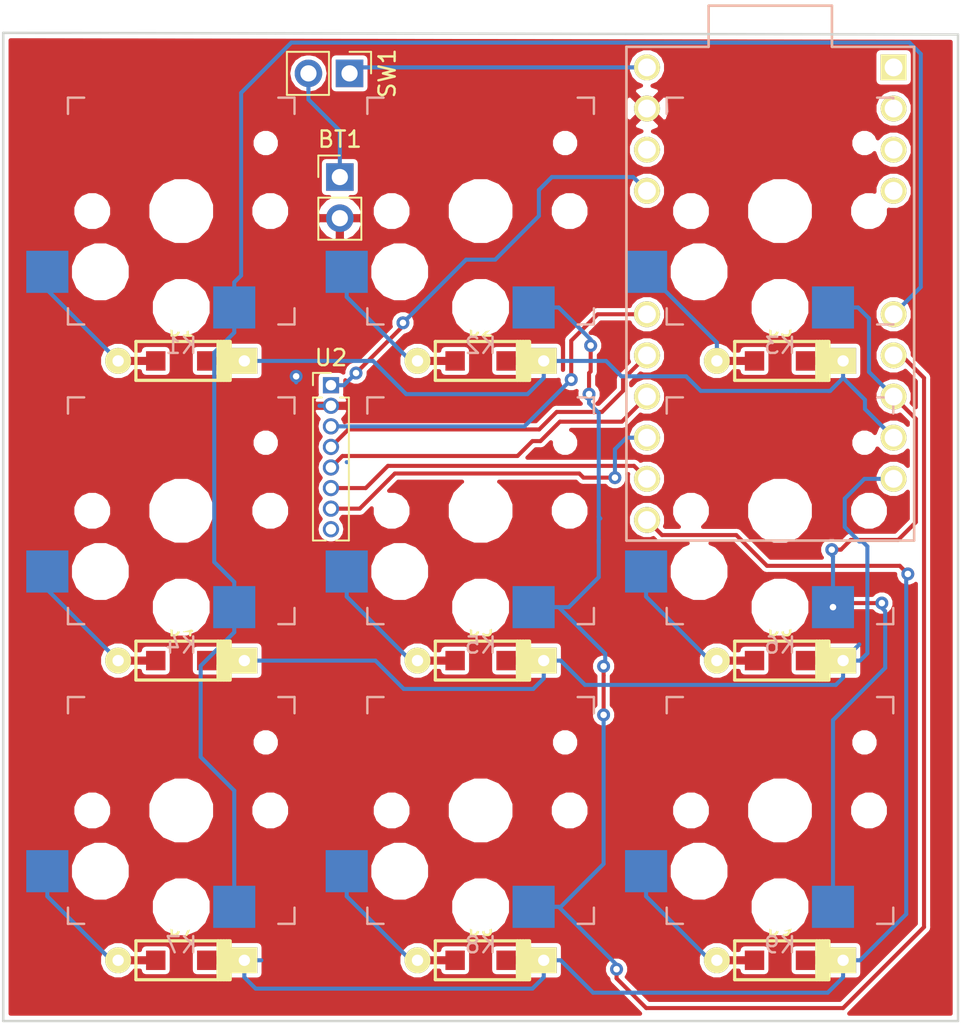
<source format=kicad_pcb>
(kicad_pcb (version 20171130) (host pcbnew "(5.0.0-3-g5ebb6b6)")

  (general
    (thickness 1.6)
    (drawings 4)
    (tracks 224)
    (zones 0)
    (modules 22)
    (nets 31)
  )

  (page A4)
  (layers
    (0 F.Cu signal)
    (31 B.Cu signal)
    (32 B.Adhes user)
    (33 F.Adhes user)
    (34 B.Paste user)
    (35 F.Paste user)
    (36 B.SilkS user)
    (37 F.SilkS user)
    (38 B.Mask user)
    (39 F.Mask user)
    (40 Dwgs.User user)
    (41 Cmts.User user)
    (42 Eco1.User user)
    (43 Eco2.User user)
    (44 Edge.Cuts user)
    (45 Margin user)
    (46 B.CrtYd user)
    (47 F.CrtYd user)
    (48 B.Fab user)
    (49 F.Fab user)
  )

  (setup
    (last_trace_width 0.25)
    (trace_clearance 0.2)
    (zone_clearance 0.508)
    (zone_45_only no)
    (trace_min 0.2)
    (segment_width 0.2)
    (edge_width 0.15)
    (via_size 0.8)
    (via_drill 0.4)
    (via_min_size 0.4)
    (via_min_drill 0.3)
    (uvia_size 0.3)
    (uvia_drill 0.1)
    (uvias_allowed no)
    (uvia_min_size 0.2)
    (uvia_min_drill 0.1)
    (pcb_text_width 0.3)
    (pcb_text_size 1.5 1.5)
    (mod_edge_width 0.15)
    (mod_text_size 1 1)
    (mod_text_width 0.15)
    (pad_size 1.524 1.524)
    (pad_drill 0.762)
    (pad_to_mask_clearance 0.2)
    (aux_axis_origin 0 0)
    (visible_elements FFFFFF7F)
    (pcbplotparams
      (layerselection 0x010fc_ffffffff)
      (usegerberextensions false)
      (usegerberattributes false)
      (usegerberadvancedattributes false)
      (creategerberjobfile false)
      (excludeedgelayer true)
      (linewidth 0.100000)
      (plotframeref false)
      (viasonmask false)
      (mode 1)
      (useauxorigin false)
      (hpglpennumber 1)
      (hpglpenspeed 20)
      (hpglpendiameter 15.000000)
      (psnegative false)
      (psa4output false)
      (plotreference true)
      (plotvalue true)
      (plotinvisibletext false)
      (padsonsilk false)
      (subtractmaskfromsilk false)
      (outputformat 1)
      (mirror false)
      (drillshape 0)
      (scaleselection 1)
      (outputdirectory ""))
  )

  (net 0 "")
  (net 1 /RAW1)
  (net 2 /GND1)
  (net 3 "Net-(D1-Pad2)")
  (net 4 /Row1)
  (net 5 "Net-(D2-Pad2)")
  (net 6 "Net-(D3-Pad2)")
  (net 7 "Net-(D4-Pad2)")
  (net 8 /Row2)
  (net 9 "Net-(D5-Pad2)")
  (net 10 "Net-(D6-Pad2)")
  (net 11 "Net-(D7-Pad2)")
  (net 12 /Row3)
  (net 13 "Net-(D8-Pad2)")
  (net 14 "Net-(D9-Pad2)")
  (net 15 /Col1)
  (net 16 /Col2)
  (net 17 /Col3)
  (net 18 "Net-(U1-Pad1)")
  (net 19 "Net-(U1-Pad2)")
  (net 20 "Net-(U1-Pad3)")
  (net 21 "Net-(U1-Pad4)")
  (net 22 "Net-(U1-Pad14)")
  (net 23 "Net-(U1-Pad15)")
  (net 24 "Net-(U1-Pad16)")
  (net 25 "Net-(U1-Pad17)")
  (net 26 "Net-(U1-Pad18)")
  (net 27 "Net-(U1-Pad21)")
  (net 28 "Net-(U1-Pad22)")
  (net 29 "Net-(U2-Pad8)")
  (net 30 "Net-(BT1-Pad1)")

  (net_class Default "This is the default net class."
    (clearance 0.2)
    (trace_width 0.25)
    (via_dia 0.8)
    (via_drill 0.4)
    (uvia_dia 0.3)
    (uvia_drill 0.1)
    (add_net /Col1)
    (add_net /Col2)
    (add_net /Col3)
    (add_net /GND1)
    (add_net /RAW1)
    (add_net /Row1)
    (add_net /Row2)
    (add_net /Row3)
    (add_net "Net-(BT1-Pad1)")
    (add_net "Net-(D1-Pad2)")
    (add_net "Net-(D2-Pad2)")
    (add_net "Net-(D3-Pad2)")
    (add_net "Net-(D4-Pad2)")
    (add_net "Net-(D5-Pad2)")
    (add_net "Net-(D6-Pad2)")
    (add_net "Net-(D7-Pad2)")
    (add_net "Net-(D8-Pad2)")
    (add_net "Net-(D9-Pad2)")
    (add_net "Net-(U1-Pad1)")
    (add_net "Net-(U1-Pad14)")
    (add_net "Net-(U1-Pad15)")
    (add_net "Net-(U1-Pad16)")
    (add_net "Net-(U1-Pad17)")
    (add_net "Net-(U1-Pad18)")
    (add_net "Net-(U1-Pad2)")
    (add_net "Net-(U1-Pad21)")
    (add_net "Net-(U1-Pad22)")
    (add_net "Net-(U1-Pad3)")
    (add_net "Net-(U1-Pad4)")
    (add_net "Net-(U2-Pad8)")
  )

  (module Connector_PinHeader_2.54mm:PinHeader_1x02_P2.54mm_Vertical (layer F.Cu) (tedit 59FED5CC) (tstamp 5C8E955F)
    (at 61.8 90.4)
    (descr "Through hole straight pin header, 1x02, 2.54mm pitch, single row")
    (tags "Through hole pin header THT 1x02 2.54mm single row")
    (path /5C47463C)
    (fp_text reference BT1 (at 0 -2.33) (layer F.SilkS)
      (effects (font (size 1 1) (thickness 0.15)))
    )
    (fp_text value Battery_Cell (at 0 4.87) (layer F.Fab)
      (effects (font (size 1 1) (thickness 0.15)))
    )
    (fp_line (start -0.635 -1.27) (end 1.27 -1.27) (layer F.Fab) (width 0.1))
    (fp_line (start 1.27 -1.27) (end 1.27 3.81) (layer F.Fab) (width 0.1))
    (fp_line (start 1.27 3.81) (end -1.27 3.81) (layer F.Fab) (width 0.1))
    (fp_line (start -1.27 3.81) (end -1.27 -0.635) (layer F.Fab) (width 0.1))
    (fp_line (start -1.27 -0.635) (end -0.635 -1.27) (layer F.Fab) (width 0.1))
    (fp_line (start -1.33 3.87) (end 1.33 3.87) (layer F.SilkS) (width 0.12))
    (fp_line (start -1.33 1.27) (end -1.33 3.87) (layer F.SilkS) (width 0.12))
    (fp_line (start 1.33 1.27) (end 1.33 3.87) (layer F.SilkS) (width 0.12))
    (fp_line (start -1.33 1.27) (end 1.33 1.27) (layer F.SilkS) (width 0.12))
    (fp_line (start -1.33 0) (end -1.33 -1.33) (layer F.SilkS) (width 0.12))
    (fp_line (start -1.33 -1.33) (end 0 -1.33) (layer F.SilkS) (width 0.12))
    (fp_line (start -1.8 -1.8) (end -1.8 4.35) (layer F.CrtYd) (width 0.05))
    (fp_line (start -1.8 4.35) (end 1.8 4.35) (layer F.CrtYd) (width 0.05))
    (fp_line (start 1.8 4.35) (end 1.8 -1.8) (layer F.CrtYd) (width 0.05))
    (fp_line (start 1.8 -1.8) (end -1.8 -1.8) (layer F.CrtYd) (width 0.05))
    (fp_text user %R (at 0 1.27 90) (layer F.Fab)
      (effects (font (size 1 1) (thickness 0.15)))
    )
    (pad 1 thru_hole rect (at 0 0) (size 1.7 1.7) (drill 1) (layers *.Cu *.Mask)
      (net 30 "Net-(BT1-Pad1)"))
    (pad 2 thru_hole oval (at 0 2.54) (size 1.7 1.7) (drill 1) (layers *.Cu *.Mask)
      (net 2 /GND1))
    (model ${KISYS3DMOD}/Connector_PinHeader_2.54mm.3dshapes/PinHeader_1x02_P2.54mm_Vertical.wrl
      (at (xyz 0 0 0))
      (scale (xyz 1 1 1))
      (rotate (xyz 0 0 0))
    )
  )

  (module keyboard_parts:D_SOD123_axial (layer F.Cu) (tedit 561B6A12) (tstamp 5C55CF65)
    (at 52 101.75 180)
    (path /5C470235)
    (attr smd)
    (fp_text reference D1 (at 0 1.925 180) (layer F.SilkS)
      (effects (font (size 0.8 0.8) (thickness 0.15)))
    )
    (fp_text value D (at 0 -1.925 180) (layer F.SilkS) hide
      (effects (font (size 0.8 0.8) (thickness 0.15)))
    )
    (fp_line (start -2.275 -1.2) (end -2.275 1.2) (layer F.SilkS) (width 0.2))
    (fp_line (start -2.45 -1.2) (end -2.45 1.2) (layer F.SilkS) (width 0.2))
    (fp_line (start -2.625 -1.2) (end -2.625 1.2) (layer F.SilkS) (width 0.2))
    (fp_line (start -3.025 1.2) (end -3.025 -1.2) (layer F.SilkS) (width 0.2))
    (fp_line (start -2.8 -1.2) (end -2.8 1.2) (layer F.SilkS) (width 0.2))
    (fp_line (start -2.925 -1.2) (end -2.925 1.2) (layer F.SilkS) (width 0.2))
    (fp_line (start -3 -1.2) (end 2.8 -1.2) (layer F.SilkS) (width 0.2))
    (fp_line (start 2.8 -1.2) (end 2.8 1.2) (layer F.SilkS) (width 0.2))
    (fp_line (start 2.8 1.2) (end -3 1.2) (layer F.SilkS) (width 0.2))
    (pad 2 smd rect (at 1.575 0 180) (size 1.2 1.2) (layers F.Cu F.Paste F.Mask)
      (net 3 "Net-(D1-Pad2)"))
    (pad 1 smd rect (at -1.575 0 180) (size 1.2 1.2) (layers F.Cu F.Paste F.Mask)
      (net 4 /Row1))
    (pad 1 thru_hole rect (at -3.9 0 180) (size 1.6 1.6) (drill 0.7) (layers *.Cu *.Mask F.SilkS)
      (net 4 /Row1))
    (pad 2 thru_hole circle (at 3.9 0 180) (size 1.6 1.6) (drill 0.7) (layers *.Cu *.Mask F.SilkS)
      (net 3 "Net-(D1-Pad2)"))
    (pad 1 smd rect (at -2.7 0 180) (size 2.5 0.5) (layers F.Cu)
      (net 4 /Row1) (solder_mask_margin -999))
    (pad 2 smd rect (at 2.7 0 180) (size 2.5 0.5) (layers F.Cu)
      (net 3 "Net-(D1-Pad2)") (solder_mask_margin -999))
  )

  (module keyboard_parts:D_SOD123_axial (layer F.Cu) (tedit 561B6A12) (tstamp 5C55CF78)
    (at 70.5 101.75 180)
    (path /5C46FD83)
    (attr smd)
    (fp_text reference D2 (at 0 1.925 180) (layer F.SilkS)
      (effects (font (size 0.8 0.8) (thickness 0.15)))
    )
    (fp_text value D (at 0 -1.925 180) (layer F.SilkS) hide
      (effects (font (size 0.8 0.8) (thickness 0.15)))
    )
    (fp_line (start 2.8 1.2) (end -3 1.2) (layer F.SilkS) (width 0.2))
    (fp_line (start 2.8 -1.2) (end 2.8 1.2) (layer F.SilkS) (width 0.2))
    (fp_line (start -3 -1.2) (end 2.8 -1.2) (layer F.SilkS) (width 0.2))
    (fp_line (start -2.925 -1.2) (end -2.925 1.2) (layer F.SilkS) (width 0.2))
    (fp_line (start -2.8 -1.2) (end -2.8 1.2) (layer F.SilkS) (width 0.2))
    (fp_line (start -3.025 1.2) (end -3.025 -1.2) (layer F.SilkS) (width 0.2))
    (fp_line (start -2.625 -1.2) (end -2.625 1.2) (layer F.SilkS) (width 0.2))
    (fp_line (start -2.45 -1.2) (end -2.45 1.2) (layer F.SilkS) (width 0.2))
    (fp_line (start -2.275 -1.2) (end -2.275 1.2) (layer F.SilkS) (width 0.2))
    (pad 2 smd rect (at 2.7 0 180) (size 2.5 0.5) (layers F.Cu)
      (net 5 "Net-(D2-Pad2)") (solder_mask_margin -999))
    (pad 1 smd rect (at -2.7 0 180) (size 2.5 0.5) (layers F.Cu)
      (net 4 /Row1) (solder_mask_margin -999))
    (pad 2 thru_hole circle (at 3.9 0 180) (size 1.6 1.6) (drill 0.7) (layers *.Cu *.Mask F.SilkS)
      (net 5 "Net-(D2-Pad2)"))
    (pad 1 thru_hole rect (at -3.9 0 180) (size 1.6 1.6) (drill 0.7) (layers *.Cu *.Mask F.SilkS)
      (net 4 /Row1))
    (pad 1 smd rect (at -1.575 0 180) (size 1.2 1.2) (layers F.Cu F.Paste F.Mask)
      (net 4 /Row1))
    (pad 2 smd rect (at 1.575 0 180) (size 1.2 1.2) (layers F.Cu F.Paste F.Mask)
      (net 5 "Net-(D2-Pad2)"))
  )

  (module keyboard_parts:D_SOD123_axial (layer F.Cu) (tedit 561B6A12) (tstamp 5C55CF8B)
    (at 89 101.75 180)
    (path /5C46D060)
    (attr smd)
    (fp_text reference D3 (at 0 1.925 180) (layer F.SilkS)
      (effects (font (size 0.8 0.8) (thickness 0.15)))
    )
    (fp_text value D (at 0 -1.925 180) (layer F.SilkS) hide
      (effects (font (size 0.8 0.8) (thickness 0.15)))
    )
    (fp_line (start -2.275 -1.2) (end -2.275 1.2) (layer F.SilkS) (width 0.2))
    (fp_line (start -2.45 -1.2) (end -2.45 1.2) (layer F.SilkS) (width 0.2))
    (fp_line (start -2.625 -1.2) (end -2.625 1.2) (layer F.SilkS) (width 0.2))
    (fp_line (start -3.025 1.2) (end -3.025 -1.2) (layer F.SilkS) (width 0.2))
    (fp_line (start -2.8 -1.2) (end -2.8 1.2) (layer F.SilkS) (width 0.2))
    (fp_line (start -2.925 -1.2) (end -2.925 1.2) (layer F.SilkS) (width 0.2))
    (fp_line (start -3 -1.2) (end 2.8 -1.2) (layer F.SilkS) (width 0.2))
    (fp_line (start 2.8 -1.2) (end 2.8 1.2) (layer F.SilkS) (width 0.2))
    (fp_line (start 2.8 1.2) (end -3 1.2) (layer F.SilkS) (width 0.2))
    (pad 2 smd rect (at 1.575 0 180) (size 1.2 1.2) (layers F.Cu F.Paste F.Mask)
      (net 6 "Net-(D3-Pad2)"))
    (pad 1 smd rect (at -1.575 0 180) (size 1.2 1.2) (layers F.Cu F.Paste F.Mask)
      (net 4 /Row1))
    (pad 1 thru_hole rect (at -3.9 0 180) (size 1.6 1.6) (drill 0.7) (layers *.Cu *.Mask F.SilkS)
      (net 4 /Row1))
    (pad 2 thru_hole circle (at 3.9 0 180) (size 1.6 1.6) (drill 0.7) (layers *.Cu *.Mask F.SilkS)
      (net 6 "Net-(D3-Pad2)"))
    (pad 1 smd rect (at -2.7 0 180) (size 2.5 0.5) (layers F.Cu)
      (net 4 /Row1) (solder_mask_margin -999))
    (pad 2 smd rect (at 2.7 0 180) (size 2.5 0.5) (layers F.Cu)
      (net 6 "Net-(D3-Pad2)") (solder_mask_margin -999))
  )

  (module keyboard_parts:D_SOD123_axial (layer F.Cu) (tedit 561B6A12) (tstamp 5C55CF9E)
    (at 52 120.25 180)
    (path /5C4703BA)
    (attr smd)
    (fp_text reference D4 (at 0 1.925 180) (layer F.SilkS)
      (effects (font (size 0.8 0.8) (thickness 0.15)))
    )
    (fp_text value D (at 0 -1.925 180) (layer F.SilkS) hide
      (effects (font (size 0.8 0.8) (thickness 0.15)))
    )
    (fp_line (start 2.8 1.2) (end -3 1.2) (layer F.SilkS) (width 0.2))
    (fp_line (start 2.8 -1.2) (end 2.8 1.2) (layer F.SilkS) (width 0.2))
    (fp_line (start -3 -1.2) (end 2.8 -1.2) (layer F.SilkS) (width 0.2))
    (fp_line (start -2.925 -1.2) (end -2.925 1.2) (layer F.SilkS) (width 0.2))
    (fp_line (start -2.8 -1.2) (end -2.8 1.2) (layer F.SilkS) (width 0.2))
    (fp_line (start -3.025 1.2) (end -3.025 -1.2) (layer F.SilkS) (width 0.2))
    (fp_line (start -2.625 -1.2) (end -2.625 1.2) (layer F.SilkS) (width 0.2))
    (fp_line (start -2.45 -1.2) (end -2.45 1.2) (layer F.SilkS) (width 0.2))
    (fp_line (start -2.275 -1.2) (end -2.275 1.2) (layer F.SilkS) (width 0.2))
    (pad 2 smd rect (at 2.7 0 180) (size 2.5 0.5) (layers F.Cu)
      (net 7 "Net-(D4-Pad2)") (solder_mask_margin -999))
    (pad 1 smd rect (at -2.7 0 180) (size 2.5 0.5) (layers F.Cu)
      (net 8 /Row2) (solder_mask_margin -999))
    (pad 2 thru_hole circle (at 3.9 0 180) (size 1.6 1.6) (drill 0.7) (layers *.Cu *.Mask F.SilkS)
      (net 7 "Net-(D4-Pad2)"))
    (pad 1 thru_hole rect (at -3.9 0 180) (size 1.6 1.6) (drill 0.7) (layers *.Cu *.Mask F.SilkS)
      (net 8 /Row2))
    (pad 1 smd rect (at -1.575 0 180) (size 1.2 1.2) (layers F.Cu F.Paste F.Mask)
      (net 8 /Row2))
    (pad 2 smd rect (at 1.575 0 180) (size 1.2 1.2) (layers F.Cu F.Paste F.Mask)
      (net 7 "Net-(D4-Pad2)"))
  )

  (module keyboard_parts:D_SOD123_axial (layer F.Cu) (tedit 561B6A12) (tstamp 5C55CFB1)
    (at 70.5 120.25 180)
    (path /5C470465)
    (attr smd)
    (fp_text reference D5 (at 0 1.925 180) (layer F.SilkS)
      (effects (font (size 0.8 0.8) (thickness 0.15)))
    )
    (fp_text value D (at 0 -1.925 180) (layer F.SilkS) hide
      (effects (font (size 0.8 0.8) (thickness 0.15)))
    )
    (fp_line (start -2.275 -1.2) (end -2.275 1.2) (layer F.SilkS) (width 0.2))
    (fp_line (start -2.45 -1.2) (end -2.45 1.2) (layer F.SilkS) (width 0.2))
    (fp_line (start -2.625 -1.2) (end -2.625 1.2) (layer F.SilkS) (width 0.2))
    (fp_line (start -3.025 1.2) (end -3.025 -1.2) (layer F.SilkS) (width 0.2))
    (fp_line (start -2.8 -1.2) (end -2.8 1.2) (layer F.SilkS) (width 0.2))
    (fp_line (start -2.925 -1.2) (end -2.925 1.2) (layer F.SilkS) (width 0.2))
    (fp_line (start -3 -1.2) (end 2.8 -1.2) (layer F.SilkS) (width 0.2))
    (fp_line (start 2.8 -1.2) (end 2.8 1.2) (layer F.SilkS) (width 0.2))
    (fp_line (start 2.8 1.2) (end -3 1.2) (layer F.SilkS) (width 0.2))
    (pad 2 smd rect (at 1.575 0 180) (size 1.2 1.2) (layers F.Cu F.Paste F.Mask)
      (net 9 "Net-(D5-Pad2)"))
    (pad 1 smd rect (at -1.575 0 180) (size 1.2 1.2) (layers F.Cu F.Paste F.Mask)
      (net 8 /Row2))
    (pad 1 thru_hole rect (at -3.9 0 180) (size 1.6 1.6) (drill 0.7) (layers *.Cu *.Mask F.SilkS)
      (net 8 /Row2))
    (pad 2 thru_hole circle (at 3.9 0 180) (size 1.6 1.6) (drill 0.7) (layers *.Cu *.Mask F.SilkS)
      (net 9 "Net-(D5-Pad2)"))
    (pad 1 smd rect (at -2.7 0 180) (size 2.5 0.5) (layers F.Cu)
      (net 8 /Row2) (solder_mask_margin -999))
    (pad 2 smd rect (at 2.7 0 180) (size 2.5 0.5) (layers F.Cu)
      (net 9 "Net-(D5-Pad2)") (solder_mask_margin -999))
  )

  (module keyboard_parts:D_SOD123_axial (layer F.Cu) (tedit 561B6A12) (tstamp 5C55CFC4)
    (at 89 120.25 180)
    (path /5C470513)
    (attr smd)
    (fp_text reference D6 (at 0 1.925 180) (layer F.SilkS)
      (effects (font (size 0.8 0.8) (thickness 0.15)))
    )
    (fp_text value D (at 0 -1.925 180) (layer F.SilkS) hide
      (effects (font (size 0.8 0.8) (thickness 0.15)))
    )
    (fp_line (start 2.8 1.2) (end -3 1.2) (layer F.SilkS) (width 0.2))
    (fp_line (start 2.8 -1.2) (end 2.8 1.2) (layer F.SilkS) (width 0.2))
    (fp_line (start -3 -1.2) (end 2.8 -1.2) (layer F.SilkS) (width 0.2))
    (fp_line (start -2.925 -1.2) (end -2.925 1.2) (layer F.SilkS) (width 0.2))
    (fp_line (start -2.8 -1.2) (end -2.8 1.2) (layer F.SilkS) (width 0.2))
    (fp_line (start -3.025 1.2) (end -3.025 -1.2) (layer F.SilkS) (width 0.2))
    (fp_line (start -2.625 -1.2) (end -2.625 1.2) (layer F.SilkS) (width 0.2))
    (fp_line (start -2.45 -1.2) (end -2.45 1.2) (layer F.SilkS) (width 0.2))
    (fp_line (start -2.275 -1.2) (end -2.275 1.2) (layer F.SilkS) (width 0.2))
    (pad 2 smd rect (at 2.7 0 180) (size 2.5 0.5) (layers F.Cu)
      (net 10 "Net-(D6-Pad2)") (solder_mask_margin -999))
    (pad 1 smd rect (at -2.7 0 180) (size 2.5 0.5) (layers F.Cu)
      (net 8 /Row2) (solder_mask_margin -999))
    (pad 2 thru_hole circle (at 3.9 0 180) (size 1.6 1.6) (drill 0.7) (layers *.Cu *.Mask F.SilkS)
      (net 10 "Net-(D6-Pad2)"))
    (pad 1 thru_hole rect (at -3.9 0 180) (size 1.6 1.6) (drill 0.7) (layers *.Cu *.Mask F.SilkS)
      (net 8 /Row2))
    (pad 1 smd rect (at -1.575 0 180) (size 1.2 1.2) (layers F.Cu F.Paste F.Mask)
      (net 8 /Row2))
    (pad 2 smd rect (at 1.575 0 180) (size 1.2 1.2) (layers F.Cu F.Paste F.Mask)
      (net 10 "Net-(D6-Pad2)"))
  )

  (module keyboard_parts:D_SOD123_axial (layer F.Cu) (tedit 561B6A12) (tstamp 5C55CFD7)
    (at 52 138.75 180)
    (path /5C49C727)
    (attr smd)
    (fp_text reference D7 (at 0 1.925 180) (layer F.SilkS)
      (effects (font (size 0.8 0.8) (thickness 0.15)))
    )
    (fp_text value D (at 0 -1.925 180) (layer F.SilkS) hide
      (effects (font (size 0.8 0.8) (thickness 0.15)))
    )
    (fp_line (start -2.275 -1.2) (end -2.275 1.2) (layer F.SilkS) (width 0.2))
    (fp_line (start -2.45 -1.2) (end -2.45 1.2) (layer F.SilkS) (width 0.2))
    (fp_line (start -2.625 -1.2) (end -2.625 1.2) (layer F.SilkS) (width 0.2))
    (fp_line (start -3.025 1.2) (end -3.025 -1.2) (layer F.SilkS) (width 0.2))
    (fp_line (start -2.8 -1.2) (end -2.8 1.2) (layer F.SilkS) (width 0.2))
    (fp_line (start -2.925 -1.2) (end -2.925 1.2) (layer F.SilkS) (width 0.2))
    (fp_line (start -3 -1.2) (end 2.8 -1.2) (layer F.SilkS) (width 0.2))
    (fp_line (start 2.8 -1.2) (end 2.8 1.2) (layer F.SilkS) (width 0.2))
    (fp_line (start 2.8 1.2) (end -3 1.2) (layer F.SilkS) (width 0.2))
    (pad 2 smd rect (at 1.575 0 180) (size 1.2 1.2) (layers F.Cu F.Paste F.Mask)
      (net 11 "Net-(D7-Pad2)"))
    (pad 1 smd rect (at -1.575 0 180) (size 1.2 1.2) (layers F.Cu F.Paste F.Mask)
      (net 12 /Row3))
    (pad 1 thru_hole rect (at -3.9 0 180) (size 1.6 1.6) (drill 0.7) (layers *.Cu *.Mask F.SilkS)
      (net 12 /Row3))
    (pad 2 thru_hole circle (at 3.9 0 180) (size 1.6 1.6) (drill 0.7) (layers *.Cu *.Mask F.SilkS)
      (net 11 "Net-(D7-Pad2)"))
    (pad 1 smd rect (at -2.7 0 180) (size 2.5 0.5) (layers F.Cu)
      (net 12 /Row3) (solder_mask_margin -999))
    (pad 2 smd rect (at 2.7 0 180) (size 2.5 0.5) (layers F.Cu)
      (net 11 "Net-(D7-Pad2)") (solder_mask_margin -999))
  )

  (module keyboard_parts:D_SOD123_axial (layer F.Cu) (tedit 561B6A12) (tstamp 5C55CFEA)
    (at 70.5 138.75 180)
    (path /5C49C7E5)
    (attr smd)
    (fp_text reference D8 (at 0 1.925 180) (layer F.SilkS)
      (effects (font (size 0.8 0.8) (thickness 0.15)))
    )
    (fp_text value D (at 0 -1.925 180) (layer F.SilkS) hide
      (effects (font (size 0.8 0.8) (thickness 0.15)))
    )
    (fp_line (start 2.8 1.2) (end -3 1.2) (layer F.SilkS) (width 0.2))
    (fp_line (start 2.8 -1.2) (end 2.8 1.2) (layer F.SilkS) (width 0.2))
    (fp_line (start -3 -1.2) (end 2.8 -1.2) (layer F.SilkS) (width 0.2))
    (fp_line (start -2.925 -1.2) (end -2.925 1.2) (layer F.SilkS) (width 0.2))
    (fp_line (start -2.8 -1.2) (end -2.8 1.2) (layer F.SilkS) (width 0.2))
    (fp_line (start -3.025 1.2) (end -3.025 -1.2) (layer F.SilkS) (width 0.2))
    (fp_line (start -2.625 -1.2) (end -2.625 1.2) (layer F.SilkS) (width 0.2))
    (fp_line (start -2.45 -1.2) (end -2.45 1.2) (layer F.SilkS) (width 0.2))
    (fp_line (start -2.275 -1.2) (end -2.275 1.2) (layer F.SilkS) (width 0.2))
    (pad 2 smd rect (at 2.7 0 180) (size 2.5 0.5) (layers F.Cu)
      (net 13 "Net-(D8-Pad2)") (solder_mask_margin -999))
    (pad 1 smd rect (at -2.7 0 180) (size 2.5 0.5) (layers F.Cu)
      (net 12 /Row3) (solder_mask_margin -999))
    (pad 2 thru_hole circle (at 3.9 0 180) (size 1.6 1.6) (drill 0.7) (layers *.Cu *.Mask F.SilkS)
      (net 13 "Net-(D8-Pad2)"))
    (pad 1 thru_hole rect (at -3.9 0 180) (size 1.6 1.6) (drill 0.7) (layers *.Cu *.Mask F.SilkS)
      (net 12 /Row3))
    (pad 1 smd rect (at -1.575 0 180) (size 1.2 1.2) (layers F.Cu F.Paste F.Mask)
      (net 12 /Row3))
    (pad 2 smd rect (at 1.575 0 180) (size 1.2 1.2) (layers F.Cu F.Paste F.Mask)
      (net 13 "Net-(D8-Pad2)"))
  )

  (module keyboard_parts:D_SOD123_axial (layer F.Cu) (tedit 561B6A12) (tstamp 5C55CFFD)
    (at 89 138.75 180)
    (path /5C49C9A6)
    (attr smd)
    (fp_text reference D9 (at 0 1.925 180) (layer F.SilkS)
      (effects (font (size 0.8 0.8) (thickness 0.15)))
    )
    (fp_text value D (at 0 -1.925 180) (layer F.SilkS) hide
      (effects (font (size 0.8 0.8) (thickness 0.15)))
    )
    (fp_line (start -2.275 -1.2) (end -2.275 1.2) (layer F.SilkS) (width 0.2))
    (fp_line (start -2.45 -1.2) (end -2.45 1.2) (layer F.SilkS) (width 0.2))
    (fp_line (start -2.625 -1.2) (end -2.625 1.2) (layer F.SilkS) (width 0.2))
    (fp_line (start -3.025 1.2) (end -3.025 -1.2) (layer F.SilkS) (width 0.2))
    (fp_line (start -2.8 -1.2) (end -2.8 1.2) (layer F.SilkS) (width 0.2))
    (fp_line (start -2.925 -1.2) (end -2.925 1.2) (layer F.SilkS) (width 0.2))
    (fp_line (start -3 -1.2) (end 2.8 -1.2) (layer F.SilkS) (width 0.2))
    (fp_line (start 2.8 -1.2) (end 2.8 1.2) (layer F.SilkS) (width 0.2))
    (fp_line (start 2.8 1.2) (end -3 1.2) (layer F.SilkS) (width 0.2))
    (pad 2 smd rect (at 1.575 0 180) (size 1.2 1.2) (layers F.Cu F.Paste F.Mask)
      (net 14 "Net-(D9-Pad2)"))
    (pad 1 smd rect (at -1.575 0 180) (size 1.2 1.2) (layers F.Cu F.Paste F.Mask)
      (net 12 /Row3))
    (pad 1 thru_hole rect (at -3.9 0 180) (size 1.6 1.6) (drill 0.7) (layers *.Cu *.Mask F.SilkS)
      (net 12 /Row3))
    (pad 2 thru_hole circle (at 3.9 0 180) (size 1.6 1.6) (drill 0.7) (layers *.Cu *.Mask F.SilkS)
      (net 14 "Net-(D9-Pad2)"))
    (pad 1 smd rect (at -2.7 0 180) (size 2.5 0.5) (layers F.Cu)
      (net 12 /Row3) (solder_mask_margin -999))
    (pad 2 smd rect (at 2.7 0 180) (size 2.5 0.5) (layers F.Cu)
      (net 14 "Net-(D9-Pad2)") (solder_mask_margin -999))
  )

  (module keyswitches:PG1350_socket (layer F.Cu) (tedit 5AB8AEFF) (tstamp 5C76C049)
    (at 52 92.5)
    (descr "Kailh \"Choc\" PG1350 keyswitch socket mount")
    (tags kailh,choc)
    (path /5C46FEEC)
    (fp_text reference K1 (at 0 8.3) (layer B.SilkS)
      (effects (font (size 1 1) (thickness 0.15)) (justify mirror))
    )
    (fp_text value KEYSW (at 0 -8.7) (layer F.Fab)
      (effects (font (size 1 1) (thickness 0.15)))
    )
    (fp_line (start -2.6 -3.1) (end 2.6 -3.1) (layer Eco2.User) (width 0.15))
    (fp_line (start 2.6 -3.1) (end 2.6 -6.3) (layer Eco2.User) (width 0.15))
    (fp_line (start 2.6 -6.3) (end -2.6 -6.3) (layer Eco2.User) (width 0.15))
    (fp_line (start -2.6 -3.1) (end -2.6 -6.3) (layer Eco2.User) (width 0.15))
    (fp_line (start -7 -6) (end -7 -7) (layer B.SilkS) (width 0.15))
    (fp_line (start -7 -7) (end -6 -7) (layer B.SilkS) (width 0.15))
    (fp_line (start -6 7) (end -7 7) (layer B.SilkS) (width 0.15))
    (fp_line (start -7 7) (end -7 6) (layer B.SilkS) (width 0.15))
    (fp_line (start 7 6) (end 7 7) (layer B.SilkS) (width 0.15))
    (fp_line (start 7 7) (end 6 7) (layer B.SilkS) (width 0.15))
    (fp_line (start 6 -7) (end 7 -7) (layer B.SilkS) (width 0.15))
    (fp_line (start 7 -7) (end 7 -6) (layer B.SilkS) (width 0.15))
    (fp_line (start -6.9 6.9) (end 6.9 6.9) (layer Eco2.User) (width 0.15))
    (fp_line (start 6.9 -6.9) (end -6.9 -6.9) (layer Eco2.User) (width 0.15))
    (fp_line (start 6.9 -6.9) (end 6.9 6.9) (layer Eco2.User) (width 0.15))
    (fp_line (start -6.9 6.9) (end -6.9 -6.9) (layer Eco2.User) (width 0.15))
    (fp_line (start -7.5 -7.5) (end 7.5 -7.5) (layer Eco2.User) (width 0.15))
    (fp_line (start 7.5 -7.5) (end 7.5 7.5) (layer Eco2.User) (width 0.15))
    (fp_line (start 7.5 7.5) (end -7.5 7.5) (layer Eco2.User) (width 0.15))
    (fp_line (start -7.5 7.5) (end -7.5 -7.5) (layer Eco2.User) (width 0.15))
    (pad "" np_thru_hole circle (at 5.22 -4.2) (size 0.9906 0.9906) (drill 0.9906) (layers *.Cu *.Mask))
    (pad 2 smd rect (at -8.275 3.75) (size 2.6 2.6) (layers B.Cu B.Paste B.Mask)
      (net 3 "Net-(D1-Pad2)"))
    (pad "" np_thru_hole circle (at 0 5.95) (size 3 3) (drill 3) (layers *.Cu *.Mask))
    (pad "" np_thru_hole circle (at 0 0) (size 3.429 3.429) (drill 3.429) (layers *.Cu *.Mask))
    (pad "" np_thru_hole circle (at -5 3.75) (size 3 3) (drill 3) (layers *.Cu *.Mask))
    (pad 1 smd rect (at 3.275 5.95) (size 2.6 2.6) (layers B.Cu B.Paste B.Mask)
      (net 15 /Col1))
    (pad "" np_thru_hole circle (at 5.5 0) (size 1.7018 1.7018) (drill 1.7018) (layers *.Cu *.Mask))
    (pad "" np_thru_hole circle (at -5.5 0) (size 1.7018 1.7018) (drill 1.7018) (layers *.Cu *.Mask))
  )

  (module keyswitches:PG1350_socket (layer F.Cu) (tedit 5AB8AEFF) (tstamp 5C56D866)
    (at 70.5 92.5)
    (descr "Kailh \"Choc\" PG1350 keyswitch socket mount")
    (tags kailh,choc)
    (path /5C46FDEC)
    (fp_text reference K2 (at 0 8.3) (layer B.SilkS)
      (effects (font (size 1 1) (thickness 0.15)) (justify mirror))
    )
    (fp_text value KEYSW (at 0 -8.7) (layer F.Fab)
      (effects (font (size 1 1) (thickness 0.15)))
    )
    (fp_line (start -7.5 7.5) (end -7.5 -7.5) (layer Eco2.User) (width 0.15))
    (fp_line (start 7.5 7.5) (end -7.5 7.5) (layer Eco2.User) (width 0.15))
    (fp_line (start 7.5 -7.5) (end 7.5 7.5) (layer Eco2.User) (width 0.15))
    (fp_line (start -7.5 -7.5) (end 7.5 -7.5) (layer Eco2.User) (width 0.15))
    (fp_line (start -6.9 6.9) (end -6.9 -6.9) (layer Eco2.User) (width 0.15))
    (fp_line (start 6.9 -6.9) (end 6.9 6.9) (layer Eco2.User) (width 0.15))
    (fp_line (start 6.9 -6.9) (end -6.9 -6.9) (layer Eco2.User) (width 0.15))
    (fp_line (start -6.9 6.9) (end 6.9 6.9) (layer Eco2.User) (width 0.15))
    (fp_line (start 7 -7) (end 7 -6) (layer B.SilkS) (width 0.15))
    (fp_line (start 6 -7) (end 7 -7) (layer B.SilkS) (width 0.15))
    (fp_line (start 7 7) (end 6 7) (layer B.SilkS) (width 0.15))
    (fp_line (start 7 6) (end 7 7) (layer B.SilkS) (width 0.15))
    (fp_line (start -7 7) (end -7 6) (layer B.SilkS) (width 0.15))
    (fp_line (start -6 7) (end -7 7) (layer B.SilkS) (width 0.15))
    (fp_line (start -7 -7) (end -6 -7) (layer B.SilkS) (width 0.15))
    (fp_line (start -7 -6) (end -7 -7) (layer B.SilkS) (width 0.15))
    (fp_line (start -2.6 -3.1) (end -2.6 -6.3) (layer Eco2.User) (width 0.15))
    (fp_line (start 2.6 -6.3) (end -2.6 -6.3) (layer Eco2.User) (width 0.15))
    (fp_line (start 2.6 -3.1) (end 2.6 -6.3) (layer Eco2.User) (width 0.15))
    (fp_line (start -2.6 -3.1) (end 2.6 -3.1) (layer Eco2.User) (width 0.15))
    (pad "" np_thru_hole circle (at -5.5 0) (size 1.7018 1.7018) (drill 1.7018) (layers *.Cu *.Mask))
    (pad "" np_thru_hole circle (at 5.5 0) (size 1.7018 1.7018) (drill 1.7018) (layers *.Cu *.Mask))
    (pad 1 smd rect (at 3.275 5.95) (size 2.6 2.6) (layers B.Cu B.Paste B.Mask)
      (net 16 /Col2))
    (pad "" np_thru_hole circle (at -5 3.75) (size 3 3) (drill 3) (layers *.Cu *.Mask))
    (pad "" np_thru_hole circle (at 0 0) (size 3.429 3.429) (drill 3.429) (layers *.Cu *.Mask))
    (pad "" np_thru_hole circle (at 0 5.95) (size 3 3) (drill 3) (layers *.Cu *.Mask))
    (pad 2 smd rect (at -8.275 3.75) (size 2.6 2.6) (layers B.Cu B.Paste B.Mask)
      (net 5 "Net-(D2-Pad2)"))
    (pad "" np_thru_hole circle (at 5.22 -4.2) (size 0.9906 0.9906) (drill 0.9906) (layers *.Cu *.Mask))
  )

  (module keyswitches:PG1350_socket (layer F.Cu) (tedit 5AB8AEFF) (tstamp 5C56D9BC)
    (at 89 92.5)
    (descr "Kailh \"Choc\" PG1350 keyswitch socket mount")
    (tags kailh,choc)
    (path /5C46CFB3)
    (fp_text reference K3 (at 0 8.3) (layer B.SilkS)
      (effects (font (size 1 1) (thickness 0.15)) (justify mirror))
    )
    (fp_text value KEYSW (at 0 -8.7) (layer F.Fab)
      (effects (font (size 1 1) (thickness 0.15)))
    )
    (fp_line (start -2.6 -3.1) (end 2.6 -3.1) (layer Eco2.User) (width 0.15))
    (fp_line (start 2.6 -3.1) (end 2.6 -6.3) (layer Eco2.User) (width 0.15))
    (fp_line (start 2.6 -6.3) (end -2.6 -6.3) (layer Eco2.User) (width 0.15))
    (fp_line (start -2.6 -3.1) (end -2.6 -6.3) (layer Eco2.User) (width 0.15))
    (fp_line (start -7 -6) (end -7 -7) (layer B.SilkS) (width 0.15))
    (fp_line (start -7 -7) (end -6 -7) (layer B.SilkS) (width 0.15))
    (fp_line (start -6 7) (end -7 7) (layer B.SilkS) (width 0.15))
    (fp_line (start -7 7) (end -7 6) (layer B.SilkS) (width 0.15))
    (fp_line (start 7 6) (end 7 7) (layer B.SilkS) (width 0.15))
    (fp_line (start 7 7) (end 6 7) (layer B.SilkS) (width 0.15))
    (fp_line (start 6 -7) (end 7 -7) (layer B.SilkS) (width 0.15))
    (fp_line (start 7 -7) (end 7 -6) (layer B.SilkS) (width 0.15))
    (fp_line (start -6.9 6.9) (end 6.9 6.9) (layer Eco2.User) (width 0.15))
    (fp_line (start 6.9 -6.9) (end -6.9 -6.9) (layer Eco2.User) (width 0.15))
    (fp_line (start 6.9 -6.9) (end 6.9 6.9) (layer Eco2.User) (width 0.15))
    (fp_line (start -6.9 6.9) (end -6.9 -6.9) (layer Eco2.User) (width 0.15))
    (fp_line (start -7.5 -7.5) (end 7.5 -7.5) (layer Eco2.User) (width 0.15))
    (fp_line (start 7.5 -7.5) (end 7.5 7.5) (layer Eco2.User) (width 0.15))
    (fp_line (start 7.5 7.5) (end -7.5 7.5) (layer Eco2.User) (width 0.15))
    (fp_line (start -7.5 7.5) (end -7.5 -7.5) (layer Eco2.User) (width 0.15))
    (pad "" np_thru_hole circle (at 5.22 -4.2) (size 0.9906 0.9906) (drill 0.9906) (layers *.Cu *.Mask))
    (pad 2 smd rect (at -8.275 3.75) (size 2.6 2.6) (layers B.Cu B.Paste B.Mask)
      (net 6 "Net-(D3-Pad2)"))
    (pad "" np_thru_hole circle (at 0 5.95) (size 3 3) (drill 3) (layers *.Cu *.Mask))
    (pad "" np_thru_hole circle (at 0 0) (size 3.429 3.429) (drill 3.429) (layers *.Cu *.Mask))
    (pad "" np_thru_hole circle (at -5 3.75) (size 3 3) (drill 3) (layers *.Cu *.Mask))
    (pad 1 smd rect (at 3.275 5.95) (size 2.6 2.6) (layers B.Cu B.Paste B.Mask)
      (net 17 /Col3))
    (pad "" np_thru_hole circle (at 5.5 0) (size 1.7018 1.7018) (drill 1.7018) (layers *.Cu *.Mask))
    (pad "" np_thru_hole circle (at -5.5 0) (size 1.7018 1.7018) (drill 1.7018) (layers *.Cu *.Mask))
  )

  (module keyswitches:PG1350_socket (layer F.Cu) (tedit 5AB8AEFF) (tstamp 5C56D8A4)
    (at 52 111)
    (descr "Kailh \"Choc\" PG1350 keyswitch socket mount")
    (tags kailh,choc)
    (path /5C47002C)
    (fp_text reference K4 (at 0 8.3) (layer B.SilkS)
      (effects (font (size 1 1) (thickness 0.15)) (justify mirror))
    )
    (fp_text value KEYSW (at 0 -8.7) (layer F.Fab)
      (effects (font (size 1 1) (thickness 0.15)))
    )
    (fp_line (start -7.5 7.5) (end -7.5 -7.5) (layer Eco2.User) (width 0.15))
    (fp_line (start 7.5 7.5) (end -7.5 7.5) (layer Eco2.User) (width 0.15))
    (fp_line (start 7.5 -7.5) (end 7.5 7.5) (layer Eco2.User) (width 0.15))
    (fp_line (start -7.5 -7.5) (end 7.5 -7.5) (layer Eco2.User) (width 0.15))
    (fp_line (start -6.9 6.9) (end -6.9 -6.9) (layer Eco2.User) (width 0.15))
    (fp_line (start 6.9 -6.9) (end 6.9 6.9) (layer Eco2.User) (width 0.15))
    (fp_line (start 6.9 -6.9) (end -6.9 -6.9) (layer Eco2.User) (width 0.15))
    (fp_line (start -6.9 6.9) (end 6.9 6.9) (layer Eco2.User) (width 0.15))
    (fp_line (start 7 -7) (end 7 -6) (layer B.SilkS) (width 0.15))
    (fp_line (start 6 -7) (end 7 -7) (layer B.SilkS) (width 0.15))
    (fp_line (start 7 7) (end 6 7) (layer B.SilkS) (width 0.15))
    (fp_line (start 7 6) (end 7 7) (layer B.SilkS) (width 0.15))
    (fp_line (start -7 7) (end -7 6) (layer B.SilkS) (width 0.15))
    (fp_line (start -6 7) (end -7 7) (layer B.SilkS) (width 0.15))
    (fp_line (start -7 -7) (end -6 -7) (layer B.SilkS) (width 0.15))
    (fp_line (start -7 -6) (end -7 -7) (layer B.SilkS) (width 0.15))
    (fp_line (start -2.6 -3.1) (end -2.6 -6.3) (layer Eco2.User) (width 0.15))
    (fp_line (start 2.6 -6.3) (end -2.6 -6.3) (layer Eco2.User) (width 0.15))
    (fp_line (start 2.6 -3.1) (end 2.6 -6.3) (layer Eco2.User) (width 0.15))
    (fp_line (start -2.6 -3.1) (end 2.6 -3.1) (layer Eco2.User) (width 0.15))
    (pad "" np_thru_hole circle (at -5.5 0) (size 1.7018 1.7018) (drill 1.7018) (layers *.Cu *.Mask))
    (pad "" np_thru_hole circle (at 5.5 0) (size 1.7018 1.7018) (drill 1.7018) (layers *.Cu *.Mask))
    (pad 1 smd rect (at 3.275 5.95) (size 2.6 2.6) (layers B.Cu B.Paste B.Mask)
      (net 15 /Col1))
    (pad "" np_thru_hole circle (at -5 3.75) (size 3 3) (drill 3) (layers *.Cu *.Mask))
    (pad "" np_thru_hole circle (at 0 0) (size 3.429 3.429) (drill 3.429) (layers *.Cu *.Mask))
    (pad "" np_thru_hole circle (at 0 5.95) (size 3 3) (drill 3) (layers *.Cu *.Mask))
    (pad 2 smd rect (at -8.275 3.75) (size 2.6 2.6) (layers B.Cu B.Paste B.Mask)
      (net 7 "Net-(D4-Pad2)"))
    (pad "" np_thru_hole circle (at 5.22 -4.2) (size 0.9906 0.9906) (drill 0.9906) (layers *.Cu *.Mask))
  )

  (module keyswitches:PG1350_socket (layer F.Cu) (tedit 5AB8AEFF) (tstamp 5C54CEDC)
    (at 70.5 111)
    (descr "Kailh \"Choc\" PG1350 keyswitch socket mount")
    (tags kailh,choc)
    (path /5C4700D2)
    (fp_text reference K5 (at 0 8.3) (layer B.SilkS)
      (effects (font (size 1 1) (thickness 0.15)) (justify mirror))
    )
    (fp_text value KEYSW (at 0 -8.7) (layer F.Fab)
      (effects (font (size 1 1) (thickness 0.15)))
    )
    (fp_line (start -2.6 -3.1) (end 2.6 -3.1) (layer Eco2.User) (width 0.15))
    (fp_line (start 2.6 -3.1) (end 2.6 -6.3) (layer Eco2.User) (width 0.15))
    (fp_line (start 2.6 -6.3) (end -2.6 -6.3) (layer Eco2.User) (width 0.15))
    (fp_line (start -2.6 -3.1) (end -2.6 -6.3) (layer Eco2.User) (width 0.15))
    (fp_line (start -7 -6) (end -7 -7) (layer B.SilkS) (width 0.15))
    (fp_line (start -7 -7) (end -6 -7) (layer B.SilkS) (width 0.15))
    (fp_line (start -6 7) (end -7 7) (layer B.SilkS) (width 0.15))
    (fp_line (start -7 7) (end -7 6) (layer B.SilkS) (width 0.15))
    (fp_line (start 7 6) (end 7 7) (layer B.SilkS) (width 0.15))
    (fp_line (start 7 7) (end 6 7) (layer B.SilkS) (width 0.15))
    (fp_line (start 6 -7) (end 7 -7) (layer B.SilkS) (width 0.15))
    (fp_line (start 7 -7) (end 7 -6) (layer B.SilkS) (width 0.15))
    (fp_line (start -6.9 6.9) (end 6.9 6.9) (layer Eco2.User) (width 0.15))
    (fp_line (start 6.9 -6.9) (end -6.9 -6.9) (layer Eco2.User) (width 0.15))
    (fp_line (start 6.9 -6.9) (end 6.9 6.9) (layer Eco2.User) (width 0.15))
    (fp_line (start -6.9 6.9) (end -6.9 -6.9) (layer Eco2.User) (width 0.15))
    (fp_line (start -7.5 -7.5) (end 7.5 -7.5) (layer Eco2.User) (width 0.15))
    (fp_line (start 7.5 -7.5) (end 7.5 7.5) (layer Eco2.User) (width 0.15))
    (fp_line (start 7.5 7.5) (end -7.5 7.5) (layer Eco2.User) (width 0.15))
    (fp_line (start -7.5 7.5) (end -7.5 -7.5) (layer Eco2.User) (width 0.15))
    (pad "" np_thru_hole circle (at 5.22 -4.2) (size 0.9906 0.9906) (drill 0.9906) (layers *.Cu *.Mask))
    (pad 2 smd rect (at -8.275 3.75) (size 2.6 2.6) (layers B.Cu B.Paste B.Mask)
      (net 9 "Net-(D5-Pad2)"))
    (pad "" np_thru_hole circle (at 0 5.95) (size 3 3) (drill 3) (layers *.Cu *.Mask))
    (pad "" np_thru_hole circle (at 0 0) (size 3.429 3.429) (drill 3.429) (layers *.Cu *.Mask))
    (pad "" np_thru_hole circle (at -5 3.75) (size 3 3) (drill 3) (layers *.Cu *.Mask))
    (pad 1 smd rect (at 3.275 5.95) (size 2.6 2.6) (layers B.Cu B.Paste B.Mask)
      (net 16 /Col2))
    (pad "" np_thru_hole circle (at 5.5 0) (size 1.7018 1.7018) (drill 1.7018) (layers *.Cu *.Mask))
    (pad "" np_thru_hole circle (at -5.5 0) (size 1.7018 1.7018) (drill 1.7018) (layers *.Cu *.Mask))
  )

  (module keyswitches:PG1350_socket (layer F.Cu) (tedit 5AB8AEFF) (tstamp 5C56D8E2)
    (at 89 111)
    (descr "Kailh \"Choc\" PG1350 keyswitch socket mount")
    (tags kailh,choc)
    (path /5C470147)
    (fp_text reference K6 (at 0 8.3) (layer B.SilkS)
      (effects (font (size 1 1) (thickness 0.15)) (justify mirror))
    )
    (fp_text value KEYSW (at 0 -8.7) (layer F.Fab)
      (effects (font (size 1 1) (thickness 0.15)))
    )
    (fp_line (start -7.5 7.5) (end -7.5 -7.5) (layer Eco2.User) (width 0.15))
    (fp_line (start 7.5 7.5) (end -7.5 7.5) (layer Eco2.User) (width 0.15))
    (fp_line (start 7.5 -7.5) (end 7.5 7.5) (layer Eco2.User) (width 0.15))
    (fp_line (start -7.5 -7.5) (end 7.5 -7.5) (layer Eco2.User) (width 0.15))
    (fp_line (start -6.9 6.9) (end -6.9 -6.9) (layer Eco2.User) (width 0.15))
    (fp_line (start 6.9 -6.9) (end 6.9 6.9) (layer Eco2.User) (width 0.15))
    (fp_line (start 6.9 -6.9) (end -6.9 -6.9) (layer Eco2.User) (width 0.15))
    (fp_line (start -6.9 6.9) (end 6.9 6.9) (layer Eco2.User) (width 0.15))
    (fp_line (start 7 -7) (end 7 -6) (layer B.SilkS) (width 0.15))
    (fp_line (start 6 -7) (end 7 -7) (layer B.SilkS) (width 0.15))
    (fp_line (start 7 7) (end 6 7) (layer B.SilkS) (width 0.15))
    (fp_line (start 7 6) (end 7 7) (layer B.SilkS) (width 0.15))
    (fp_line (start -7 7) (end -7 6) (layer B.SilkS) (width 0.15))
    (fp_line (start -6 7) (end -7 7) (layer B.SilkS) (width 0.15))
    (fp_line (start -7 -7) (end -6 -7) (layer B.SilkS) (width 0.15))
    (fp_line (start -7 -6) (end -7 -7) (layer B.SilkS) (width 0.15))
    (fp_line (start -2.6 -3.1) (end -2.6 -6.3) (layer Eco2.User) (width 0.15))
    (fp_line (start 2.6 -6.3) (end -2.6 -6.3) (layer Eco2.User) (width 0.15))
    (fp_line (start 2.6 -3.1) (end 2.6 -6.3) (layer Eco2.User) (width 0.15))
    (fp_line (start -2.6 -3.1) (end 2.6 -3.1) (layer Eco2.User) (width 0.15))
    (pad "" np_thru_hole circle (at -5.5 0) (size 1.7018 1.7018) (drill 1.7018) (layers *.Cu *.Mask))
    (pad "" np_thru_hole circle (at 5.5 0) (size 1.7018 1.7018) (drill 1.7018) (layers *.Cu *.Mask))
    (pad 1 smd rect (at 3.275 5.95) (size 2.6 2.6) (layers B.Cu B.Paste B.Mask)
      (net 17 /Col3))
    (pad "" np_thru_hole circle (at -5 3.75) (size 3 3) (drill 3) (layers *.Cu *.Mask))
    (pad "" np_thru_hole circle (at 0 0) (size 3.429 3.429) (drill 3.429) (layers *.Cu *.Mask))
    (pad "" np_thru_hole circle (at 0 5.95) (size 3 3) (drill 3) (layers *.Cu *.Mask))
    (pad 2 smd rect (at -8.275 3.75) (size 2.6 2.6) (layers B.Cu B.Paste B.Mask)
      (net 10 "Net-(D6-Pad2)"))
    (pad "" np_thru_hole circle (at 5.22 -4.2) (size 0.9906 0.9906) (drill 0.9906) (layers *.Cu *.Mask))
  )

  (module keyswitches:PG1350_socket (layer F.Cu) (tedit 5AB8AEFF) (tstamp 5C56D901)
    (at 52 129.5)
    (descr "Kailh \"Choc\" PG1350 keyswitch socket mount")
    (tags kailh,choc)
    (path /5C49C21E)
    (fp_text reference K7 (at 0 8.3) (layer B.SilkS)
      (effects (font (size 1 1) (thickness 0.15)) (justify mirror))
    )
    (fp_text value KEYSW (at 0 -8.7) (layer F.Fab)
      (effects (font (size 1 1) (thickness 0.15)))
    )
    (fp_line (start -2.6 -3.1) (end 2.6 -3.1) (layer Eco2.User) (width 0.15))
    (fp_line (start 2.6 -3.1) (end 2.6 -6.3) (layer Eco2.User) (width 0.15))
    (fp_line (start 2.6 -6.3) (end -2.6 -6.3) (layer Eco2.User) (width 0.15))
    (fp_line (start -2.6 -3.1) (end -2.6 -6.3) (layer Eco2.User) (width 0.15))
    (fp_line (start -7 -6) (end -7 -7) (layer B.SilkS) (width 0.15))
    (fp_line (start -7 -7) (end -6 -7) (layer B.SilkS) (width 0.15))
    (fp_line (start -6 7) (end -7 7) (layer B.SilkS) (width 0.15))
    (fp_line (start -7 7) (end -7 6) (layer B.SilkS) (width 0.15))
    (fp_line (start 7 6) (end 7 7) (layer B.SilkS) (width 0.15))
    (fp_line (start 7 7) (end 6 7) (layer B.SilkS) (width 0.15))
    (fp_line (start 6 -7) (end 7 -7) (layer B.SilkS) (width 0.15))
    (fp_line (start 7 -7) (end 7 -6) (layer B.SilkS) (width 0.15))
    (fp_line (start -6.9 6.9) (end 6.9 6.9) (layer Eco2.User) (width 0.15))
    (fp_line (start 6.9 -6.9) (end -6.9 -6.9) (layer Eco2.User) (width 0.15))
    (fp_line (start 6.9 -6.9) (end 6.9 6.9) (layer Eco2.User) (width 0.15))
    (fp_line (start -6.9 6.9) (end -6.9 -6.9) (layer Eco2.User) (width 0.15))
    (fp_line (start -7.5 -7.5) (end 7.5 -7.5) (layer Eco2.User) (width 0.15))
    (fp_line (start 7.5 -7.5) (end 7.5 7.5) (layer Eco2.User) (width 0.15))
    (fp_line (start 7.5 7.5) (end -7.5 7.5) (layer Eco2.User) (width 0.15))
    (fp_line (start -7.5 7.5) (end -7.5 -7.5) (layer Eco2.User) (width 0.15))
    (pad "" np_thru_hole circle (at 5.22 -4.2) (size 0.9906 0.9906) (drill 0.9906) (layers *.Cu *.Mask))
    (pad 2 smd rect (at -8.275 3.75) (size 2.6 2.6) (layers B.Cu B.Paste B.Mask)
      (net 11 "Net-(D7-Pad2)"))
    (pad "" np_thru_hole circle (at 0 5.95) (size 3 3) (drill 3) (layers *.Cu *.Mask))
    (pad "" np_thru_hole circle (at 0 0) (size 3.429 3.429) (drill 3.429) (layers *.Cu *.Mask))
    (pad "" np_thru_hole circle (at -5 3.75) (size 3 3) (drill 3) (layers *.Cu *.Mask))
    (pad 1 smd rect (at 3.275 5.95) (size 2.6 2.6) (layers B.Cu B.Paste B.Mask)
      (net 15 /Col1))
    (pad "" np_thru_hole circle (at 5.5 0) (size 1.7018 1.7018) (drill 1.7018) (layers *.Cu *.Mask))
    (pad "" np_thru_hole circle (at -5.5 0) (size 1.7018 1.7018) (drill 1.7018) (layers *.Cu *.Mask))
  )

  (module keyswitches:PG1350_socket (layer F.Cu) (tedit 5AB8AEFF) (tstamp 5C56D920)
    (at 70.5 129.5)
    (descr "Kailh \"Choc\" PG1350 keyswitch socket mount")
    (tags kailh,choc)
    (path /5C49C30E)
    (fp_text reference K8 (at 0 8.3) (layer B.SilkS)
      (effects (font (size 1 1) (thickness 0.15)) (justify mirror))
    )
    (fp_text value KEYSW (at 0 -8.7) (layer F.Fab)
      (effects (font (size 1 1) (thickness 0.15)))
    )
    (fp_line (start -7.5 7.5) (end -7.5 -7.5) (layer Eco2.User) (width 0.15))
    (fp_line (start 7.5 7.5) (end -7.5 7.5) (layer Eco2.User) (width 0.15))
    (fp_line (start 7.5 -7.5) (end 7.5 7.5) (layer Eco2.User) (width 0.15))
    (fp_line (start -7.5 -7.5) (end 7.5 -7.5) (layer Eco2.User) (width 0.15))
    (fp_line (start -6.9 6.9) (end -6.9 -6.9) (layer Eco2.User) (width 0.15))
    (fp_line (start 6.9 -6.9) (end 6.9 6.9) (layer Eco2.User) (width 0.15))
    (fp_line (start 6.9 -6.9) (end -6.9 -6.9) (layer Eco2.User) (width 0.15))
    (fp_line (start -6.9 6.9) (end 6.9 6.9) (layer Eco2.User) (width 0.15))
    (fp_line (start 7 -7) (end 7 -6) (layer B.SilkS) (width 0.15))
    (fp_line (start 6 -7) (end 7 -7) (layer B.SilkS) (width 0.15))
    (fp_line (start 7 7) (end 6 7) (layer B.SilkS) (width 0.15))
    (fp_line (start 7 6) (end 7 7) (layer B.SilkS) (width 0.15))
    (fp_line (start -7 7) (end -7 6) (layer B.SilkS) (width 0.15))
    (fp_line (start -6 7) (end -7 7) (layer B.SilkS) (width 0.15))
    (fp_line (start -7 -7) (end -6 -7) (layer B.SilkS) (width 0.15))
    (fp_line (start -7 -6) (end -7 -7) (layer B.SilkS) (width 0.15))
    (fp_line (start -2.6 -3.1) (end -2.6 -6.3) (layer Eco2.User) (width 0.15))
    (fp_line (start 2.6 -6.3) (end -2.6 -6.3) (layer Eco2.User) (width 0.15))
    (fp_line (start 2.6 -3.1) (end 2.6 -6.3) (layer Eco2.User) (width 0.15))
    (fp_line (start -2.6 -3.1) (end 2.6 -3.1) (layer Eco2.User) (width 0.15))
    (pad "" np_thru_hole circle (at -5.5 0) (size 1.7018 1.7018) (drill 1.7018) (layers *.Cu *.Mask))
    (pad "" np_thru_hole circle (at 5.5 0) (size 1.7018 1.7018) (drill 1.7018) (layers *.Cu *.Mask))
    (pad 1 smd rect (at 3.275 5.95) (size 2.6 2.6) (layers B.Cu B.Paste B.Mask)
      (net 16 /Col2))
    (pad "" np_thru_hole circle (at -5 3.75) (size 3 3) (drill 3) (layers *.Cu *.Mask))
    (pad "" np_thru_hole circle (at 0 0) (size 3.429 3.429) (drill 3.429) (layers *.Cu *.Mask))
    (pad "" np_thru_hole circle (at 0 5.95) (size 3 3) (drill 3) (layers *.Cu *.Mask))
    (pad 2 smd rect (at -8.275 3.75) (size 2.6 2.6) (layers B.Cu B.Paste B.Mask)
      (net 13 "Net-(D8-Pad2)"))
    (pad "" np_thru_hole circle (at 5.22 -4.2) (size 0.9906 0.9906) (drill 0.9906) (layers *.Cu *.Mask))
  )

  (module keyswitches:PG1350_socket (layer F.Cu) (tedit 5AB8AEFF) (tstamp 5C56D93F)
    (at 89 129.5)
    (descr "Kailh \"Choc\" PG1350 keyswitch socket mount")
    (tags kailh,choc)
    (path /5C49C34C)
    (fp_text reference K9 (at 0 8.3) (layer B.SilkS)
      (effects (font (size 1 1) (thickness 0.15)) (justify mirror))
    )
    (fp_text value KEYSW (at 0 -8.7) (layer F.Fab)
      (effects (font (size 1 1) (thickness 0.15)))
    )
    (fp_line (start -2.6 -3.1) (end 2.6 -3.1) (layer Eco2.User) (width 0.15))
    (fp_line (start 2.6 -3.1) (end 2.6 -6.3) (layer Eco2.User) (width 0.15))
    (fp_line (start 2.6 -6.3) (end -2.6 -6.3) (layer Eco2.User) (width 0.15))
    (fp_line (start -2.6 -3.1) (end -2.6 -6.3) (layer Eco2.User) (width 0.15))
    (fp_line (start -7 -6) (end -7 -7) (layer B.SilkS) (width 0.15))
    (fp_line (start -7 -7) (end -6 -7) (layer B.SilkS) (width 0.15))
    (fp_line (start -6 7) (end -7 7) (layer B.SilkS) (width 0.15))
    (fp_line (start -7 7) (end -7 6) (layer B.SilkS) (width 0.15))
    (fp_line (start 7 6) (end 7 7) (layer B.SilkS) (width 0.15))
    (fp_line (start 7 7) (end 6 7) (layer B.SilkS) (width 0.15))
    (fp_line (start 6 -7) (end 7 -7) (layer B.SilkS) (width 0.15))
    (fp_line (start 7 -7) (end 7 -6) (layer B.SilkS) (width 0.15))
    (fp_line (start -6.9 6.9) (end 6.9 6.9) (layer Eco2.User) (width 0.15))
    (fp_line (start 6.9 -6.9) (end -6.9 -6.9) (layer Eco2.User) (width 0.15))
    (fp_line (start 6.9 -6.9) (end 6.9 6.9) (layer Eco2.User) (width 0.15))
    (fp_line (start -6.9 6.9) (end -6.9 -6.9) (layer Eco2.User) (width 0.15))
    (fp_line (start -7.5 -7.5) (end 7.5 -7.5) (layer Eco2.User) (width 0.15))
    (fp_line (start 7.5 -7.5) (end 7.5 7.5) (layer Eco2.User) (width 0.15))
    (fp_line (start 7.5 7.5) (end -7.5 7.5) (layer Eco2.User) (width 0.15))
    (fp_line (start -7.5 7.5) (end -7.5 -7.5) (layer Eco2.User) (width 0.15))
    (pad "" np_thru_hole circle (at 5.22 -4.2) (size 0.9906 0.9906) (drill 0.9906) (layers *.Cu *.Mask))
    (pad 2 smd rect (at -8.275 3.75) (size 2.6 2.6) (layers B.Cu B.Paste B.Mask)
      (net 14 "Net-(D9-Pad2)"))
    (pad "" np_thru_hole circle (at 0 5.95) (size 3 3) (drill 3) (layers *.Cu *.Mask))
    (pad "" np_thru_hole circle (at 0 0) (size 3.429 3.429) (drill 3.429) (layers *.Cu *.Mask))
    (pad "" np_thru_hole circle (at -5 3.75) (size 3 3) (drill 3) (layers *.Cu *.Mask))
    (pad 1 smd rect (at 3.275 5.95) (size 2.6 2.6) (layers B.Cu B.Paste B.Mask)
      (net 17 /Col3))
    (pad "" np_thru_hole circle (at 5.5 0) (size 1.7018 1.7018) (drill 1.7018) (layers *.Cu *.Mask))
    (pad "" np_thru_hole circle (at -5.5 0) (size 1.7018 1.7018) (drill 1.7018) (layers *.Cu *.Mask))
  )

  (module Connector_PinHeader_2.54mm:PinHeader_1x02_P2.54mm_Vertical (layer F.Cu) (tedit 59FED5CC) (tstamp 5C705CF1)
    (at 62.4 84 270)
    (descr "Through hole straight pin header, 1x02, 2.54mm pitch, single row")
    (tags "Through hole pin header THT 1x02 2.54mm single row")
    (path /5C52B630)
    (fp_text reference SW1 (at 0 -2.33 270) (layer F.SilkS)
      (effects (font (size 1 1) (thickness 0.15)))
    )
    (fp_text value SW_DIP_x01 (at 0 4.87 270) (layer F.Fab)
      (effects (font (size 1 1) (thickness 0.15)))
    )
    (fp_line (start -0.635 -1.27) (end 1.27 -1.27) (layer F.Fab) (width 0.1))
    (fp_line (start 1.27 -1.27) (end 1.27 3.81) (layer F.Fab) (width 0.1))
    (fp_line (start 1.27 3.81) (end -1.27 3.81) (layer F.Fab) (width 0.1))
    (fp_line (start -1.27 3.81) (end -1.27 -0.635) (layer F.Fab) (width 0.1))
    (fp_line (start -1.27 -0.635) (end -0.635 -1.27) (layer F.Fab) (width 0.1))
    (fp_line (start -1.33 3.87) (end 1.33 3.87) (layer F.SilkS) (width 0.12))
    (fp_line (start -1.33 1.27) (end -1.33 3.87) (layer F.SilkS) (width 0.12))
    (fp_line (start 1.33 1.27) (end 1.33 3.87) (layer F.SilkS) (width 0.12))
    (fp_line (start -1.33 1.27) (end 1.33 1.27) (layer F.SilkS) (width 0.12))
    (fp_line (start -1.33 0) (end -1.33 -1.33) (layer F.SilkS) (width 0.12))
    (fp_line (start -1.33 -1.33) (end 0 -1.33) (layer F.SilkS) (width 0.12))
    (fp_line (start -1.8 -1.8) (end -1.8 4.35) (layer F.CrtYd) (width 0.05))
    (fp_line (start -1.8 4.35) (end 1.8 4.35) (layer F.CrtYd) (width 0.05))
    (fp_line (start 1.8 4.35) (end 1.8 -1.8) (layer F.CrtYd) (width 0.05))
    (fp_line (start 1.8 -1.8) (end -1.8 -1.8) (layer F.CrtYd) (width 0.05))
    (fp_text user %R (at 0 1.27) (layer F.Fab)
      (effects (font (size 1 1) (thickness 0.15)))
    )
    (pad 1 thru_hole rect (at 0 0 270) (size 1.7 1.7) (drill 1) (layers *.Cu *.Mask)
      (net 1 /RAW1))
    (pad 2 thru_hole oval (at 0 2.54 270) (size 1.7 1.7) (drill 1) (layers *.Cu *.Mask)
      (net 30 "Net-(BT1-Pad1)"))
    (model ${KISYS3DMOD}/Connector_PinHeader_2.54mm.3dshapes/PinHeader_1x02_P2.54mm_Vertical.wrl
      (at (xyz 0 0 0))
      (scale (xyz 1 1 1))
      (rotate (xyz 0 0 0))
    )
  )

  (module keyboard_parts:nrf24l01header (layer F.Cu) (tedit 5C5A7CBE) (tstamp 5C66C4F0)
    (at 61.25 103.25)
    (descr "Through hole straight pin header, 1x08, 1.27mm pitch, single row")
    (tags "Through hole pin header THT 1x08 1.27mm single row")
    (path /5C47263D)
    (fp_text reference U2 (at 0 -1.695) (layer F.SilkS)
      (effects (font (size 1 1) (thickness 0.15)))
    )
    (fp_text value NRF24L01_Breakout (at 0 10.585) (layer F.Fab)
      (effects (font (size 1 1) (thickness 0.15)))
    )
    (fp_line (start -0.525 -0.635) (end 1.05 -0.635) (layer F.Fab) (width 0.1))
    (fp_line (start 1.05 -0.635) (end 1.05 9.525) (layer F.Fab) (width 0.1))
    (fp_line (start 1.05 9.525) (end -1.05 9.525) (layer F.Fab) (width 0.1))
    (fp_line (start -1.05 9.525) (end -1.05 -0.11) (layer F.Fab) (width 0.1))
    (fp_line (start -1.05 -0.11) (end -0.525 -0.635) (layer F.Fab) (width 0.1))
    (fp_line (start -1.11 9.585) (end -0.30753 9.585) (layer F.SilkS) (width 0.12))
    (fp_line (start 0.30753 9.585) (end 1.11 9.585) (layer F.SilkS) (width 0.12))
    (fp_line (start -1.11 0.76) (end -1.11 9.585) (layer F.SilkS) (width 0.12))
    (fp_line (start 1.11 0.76) (end 1.11 9.585) (layer F.SilkS) (width 0.12))
    (fp_line (start -1.11 0.76) (end -0.563471 0.76) (layer F.SilkS) (width 0.12))
    (fp_line (start 0.563471 0.76) (end 1.11 0.76) (layer F.SilkS) (width 0.12))
    (fp_line (start -1.11 0) (end -1.11 -0.76) (layer F.SilkS) (width 0.12))
    (fp_line (start -1.11 -0.76) (end 0 -0.76) (layer F.SilkS) (width 0.12))
    (fp_line (start -1.55 -1.15) (end -1.55 10.05) (layer F.CrtYd) (width 0.05))
    (fp_line (start -1.55 10.05) (end 1.55 10.05) (layer F.CrtYd) (width 0.05))
    (fp_line (start 1.55 10.05) (end 1.55 -1.15) (layer F.CrtYd) (width 0.05))
    (fp_line (start 1.55 -1.15) (end -1.55 -1.15) (layer F.CrtYd) (width 0.05))
    (fp_text user %R (at 0 4.445 -270) (layer F.Fab)
      (effects (font (size 1 1) (thickness 0.15)))
    )
    (pad 2 thru_hole rect (at 0 0) (size 1 1) (drill 0.65) (layers *.Cu *.Mask)
      (net 27 "Net-(U1-Pad21)"))
    (pad 1 thru_hole oval (at 0 1.27) (size 1 1) (drill 0.65) (layers *.Cu *.Mask)
      (net 2 /GND1))
    (pad 3 thru_hole oval (at 0 2.54) (size 1 1) (drill 0.65) (layers *.Cu *.Mask)
      (net 26 "Net-(U1-Pad18)"))
    (pad 4 thru_hole oval (at 0 3.81) (size 1 1) (drill 0.65) (layers *.Cu *.Mask)
      (net 25 "Net-(U1-Pad17)"))
    (pad 5 thru_hole oval (at 0 5.08) (size 1 1) (drill 0.65) (layers *.Cu *.Mask)
      (net 24 "Net-(U1-Pad16)"))
    (pad 6 thru_hole oval (at 0 6.35) (size 1 1) (drill 0.65) (layers *.Cu *.Mask)
      (net 22 "Net-(U1-Pad14)"))
    (pad 7 thru_hole oval (at 0 7.62) (size 1 1) (drill 0.65) (layers *.Cu *.Mask)
      (net 23 "Net-(U1-Pad15)"))
    (pad 8 thru_hole oval (at 0 8.89) (size 1 1) (drill 0.65) (layers *.Cu *.Mask)
      (net 29 "Net-(U2-Pad8)"))
    (model ${KISYS3DMOD}/Connector_PinHeader_1.27mm.3dshapes/PinHeader_1x08_P1.27mm_Vertical.wrl
      (at (xyz 0 0 0))
      (scale (xyz 1 1 1))
      (rotate (xyz 0 0 0))
    )
  )

  (module promicro:proMicrov3 (layer F.Cu) (tedit 5C5A9CF1) (tstamp 5C72BAEF)
    (at 88.4 97.6 270)
    (descr "Pro Micro footprint")
    (tags "promicro ProMicro")
    (path /5C46CD90)
    (fp_text reference U1 (at 0 -10.16 270) (layer F.SilkS) hide
      (effects (font (size 1 1) (thickness 0.15)))
    )
    (fp_text value ProMicro (at 0 10.16 270) (layer F.Fab)
      (effects (font (size 1 1) (thickness 0.15)))
    )
    (fp_line (start 15.24 -8.89) (end 15.24 8.89) (layer F.SilkS) (width 0.15))
    (fp_line (start -15.24 -8.89) (end 15.24 -8.89) (layer F.SilkS) (width 0.15))
    (fp_line (start -15.24 -3.81) (end -15.24 -8.89) (layer F.SilkS) (width 0.15))
    (fp_line (start -17.78 -3.81) (end -15.24 -3.81) (layer F.SilkS) (width 0.15))
    (fp_line (start -17.78 3.81) (end -17.78 -3.81) (layer F.SilkS) (width 0.15))
    (fp_line (start -15.24 3.81) (end -17.78 3.81) (layer F.SilkS) (width 0.15))
    (fp_line (start -15.24 8.89) (end -15.24 3.81) (layer F.SilkS) (width 0.15))
    (fp_line (start -15.24 8.89) (end 15.24 8.89) (layer F.SilkS) (width 0.15))
    (fp_line (start -15.24 -8.89) (end 15.24 -8.89) (layer B.SilkS) (width 0.15))
    (fp_line (start -15.24 -3.81) (end -15.24 -8.89) (layer B.SilkS) (width 0.15))
    (fp_line (start -17.78 -3.81) (end -15.24 -3.81) (layer B.SilkS) (width 0.15))
    (fp_line (start -17.78 3.81) (end -17.78 -3.81) (layer B.SilkS) (width 0.15))
    (fp_line (start -15.24 3.81) (end -17.78 3.81) (layer B.SilkS) (width 0.15))
    (fp_line (start -15.24 8.89) (end -15.24 3.81) (layer B.SilkS) (width 0.15))
    (fp_line (start 15.24 8.89) (end -15.24 8.89) (layer B.SilkS) (width 0.15))
    (fp_line (start 15.24 -8.89) (end 15.24 8.89) (layer B.SilkS) (width 0.15))
    (pad 24 thru_hole circle (at -13.97 7.62 270) (size 1.6 1.6) (drill 1.1) (layers *.Cu *.Mask F.SilkS)
      (net 1 /RAW1))
    (pad 23 thru_hole circle (at -11.43 7.62 270) (size 1.6 1.6) (drill 1.1) (layers *.Cu *.Mask F.SilkS)
      (net 2 /GND1))
    (pad 22 thru_hole circle (at -8.89 7.62 270) (size 1.6 1.6) (drill 1.1) (layers *.Cu *.Mask F.SilkS)
      (net 28 "Net-(U1-Pad22)"))
    (pad 21 thru_hole circle (at -6.35 7.62 270) (size 1.6 1.6) (drill 1.1) (layers *.Cu *.Mask F.SilkS)
      (net 27 "Net-(U1-Pad21)"))
    (pad 18 thru_hole circle (at 1.27 7.62 270) (size 1.6 1.6) (drill 1.1) (layers *.Cu *.Mask F.SilkS)
      (net 26 "Net-(U1-Pad18)"))
    (pad 17 thru_hole circle (at 3.81 7.62 270) (size 1.6 1.6) (drill 1.1) (layers *.Cu *.Mask F.SilkS)
      (net 25 "Net-(U1-Pad17)"))
    (pad 16 thru_hole circle (at 6.35 7.62 270) (size 1.6 1.6) (drill 1.1) (layers *.Cu *.Mask F.SilkS)
      (net 24 "Net-(U1-Pad16)"))
    (pad 15 thru_hole circle (at 8.89 7.62 270) (size 1.6 1.6) (drill 1.1) (layers *.Cu *.Mask F.SilkS)
      (net 23 "Net-(U1-Pad15)"))
    (pad 14 thru_hole circle (at 11.43 7.62 270) (size 1.6 1.6) (drill 1.1) (layers *.Cu *.Mask F.SilkS)
      (net 22 "Net-(U1-Pad14)"))
    (pad 13 thru_hole circle (at 13.97 7.62 270) (size 1.6 1.6) (drill 1.1) (layers *.Cu *.Mask F.SilkS)
      (net 12 /Row3))
    (pad 11 thru_hole circle (at 11.43 -7.62 270) (size 1.6 1.6) (drill 1.1) (layers *.Cu *.Mask F.SilkS)
      (net 8 /Row2))
    (pad 10 thru_hole circle (at 8.89 -7.62 270) (size 1.6 1.6) (drill 1.1) (layers *.Cu *.Mask F.SilkS)
      (net 4 /Row1))
    (pad 9 thru_hole circle (at 6.35 -7.62 270) (size 1.6 1.6) (drill 1.1) (layers *.Cu *.Mask F.SilkS)
      (net 17 /Col3))
    (pad 8 thru_hole circle (at 3.81 -7.62 270) (size 1.6 1.6) (drill 1.1) (layers *.Cu *.Mask F.SilkS)
      (net 16 /Col2))
    (pad 7 thru_hole circle (at 1.27 -7.62 270) (size 1.6 1.6) (drill 1.1) (layers *.Cu *.Mask F.SilkS)
      (net 15 /Col1))
    (pad 4 thru_hole circle (at -6.35 -7.62 270) (size 1.6 1.6) (drill 1.1) (layers *.Cu *.Mask F.SilkS)
      (net 21 "Net-(U1-Pad4)"))
    (pad 3 thru_hole circle (at -8.89 -7.62 270) (size 1.6 1.6) (drill 1.1) (layers *.Cu *.Mask F.SilkS)
      (net 20 "Net-(U1-Pad3)"))
    (pad 2 thru_hole circle (at -11.43 -7.62 270) (size 1.6 1.6) (drill 1.1) (layers *.Cu *.Mask F.SilkS)
      (net 19 "Net-(U1-Pad2)"))
    (pad 1 thru_hole rect (at -13.97 -7.62 270) (size 1.6 1.6) (drill 1.1) (layers *.Cu *.Mask F.SilkS)
      (net 18 "Net-(U1-Pad1)"))
  )

  (gr_line (start 41 142.5) (end 41 81.5) (layer Edge.Cuts) (width 0.15))
  (gr_line (start 100 142.5) (end 41 142.5) (layer Edge.Cuts) (width 0.15))
  (gr_line (start 100 81.6) (end 100 142.5) (layer Edge.Cuts) (width 0.15))
  (gr_line (start 41 81.5) (end 100 81.6) (layer Edge.Cuts) (width 0.15))

  (segment (start 62.25 108) (end 62.225001 108) (width 0.25) (layer B.Cu) (net 0))
  (segment (start 62.77 83.63) (end 62.4 84) (width 0.25) (layer B.Cu) (net 1))
  (segment (start 80.78 83.63) (end 62.77 83.63) (width 0.25) (layer B.Cu) (net 1))
  (segment (start 61.25 104.52) (end 61.498462 104.52) (width 0.25) (layer F.Cu) (net 2))
  (segment (start 61.25 104.52) (end 60.542894 104.52) (width 0.25) (layer B.Cu) (net 2))
  (via (at 59.1 102.7) (size 0.8) (drill 0.4) (layers F.Cu B.Cu) (net 2))
  (segment (start 59.1 103.077106) (end 59.1 102.7) (width 0.25) (layer B.Cu) (net 2))
  (segment (start 43.725 97.375) (end 43.725 96.25) (width 0.25) (layer B.Cu) (net 3))
  (segment (start 48.1 101.75) (end 43.725 97.375) (width 0.25) (layer B.Cu) (net 3))
  (segment (start 74.4 101.75) (end 75.45 101.75) (width 0.25) (layer B.Cu) (net 4))
  (segment (start 92.9 102.8) (end 94.25 104.15) (width 0.25) (layer B.Cu) (net 4))
  (segment (start 94.25 104.72) (end 96.02 106.49) (width 0.25) (layer B.Cu) (net 4))
  (segment (start 94.25 104.15) (end 94.25 104.72) (width 0.25) (layer B.Cu) (net 4))
  (segment (start 74.4 101.75) (end 78.25 101.75) (width 0.25) (layer B.Cu) (net 4))
  (segment (start 78.25 101.75) (end 79.2 102.7) (width 0.25) (layer B.Cu) (net 4))
  (segment (start 79.2 102.7) (end 83.2 102.7) (width 0.25) (layer B.Cu) (net 4))
  (segment (start 83.2 102.7) (end 84.1 103.6) (width 0.25) (layer B.Cu) (net 4))
  (segment (start 84.1 103.6) (end 90 103.6) (width 0.25) (layer B.Cu) (net 4))
  (segment (start 90 103.6) (end 92 103.6) (width 0.25) (layer B.Cu) (net 4))
  (segment (start 92.9 102.8) (end 92.9 101.75) (width 0.25) (layer B.Cu) (net 4))
  (segment (start 92.1 103.6) (end 92.9 102.8) (width 0.25) (layer B.Cu) (net 4))
  (segment (start 92 103.6) (end 92.1 103.6) (width 0.25) (layer B.Cu) (net 4))
  (segment (start 73.4 103.8) (end 74.4 102.8) (width 0.25) (layer B.Cu) (net 4))
  (segment (start 65.9 103.8) (end 73.4 103.8) (width 0.25) (layer B.Cu) (net 4))
  (segment (start 63.85 101.75) (end 65.9 103.8) (width 0.25) (layer B.Cu) (net 4))
  (segment (start 74.4 102.8) (end 74.4 101.75) (width 0.25) (layer B.Cu) (net 4))
  (segment (start 55.9 101.75) (end 63.85 101.75) (width 0.25) (layer B.Cu) (net 4))
  (segment (start 62.225 97.8) (end 66.175 101.75) (width 0.25) (layer B.Cu) (net 5))
  (segment (start 66.175 101.75) (end 66.6 101.75) (width 0.25) (layer B.Cu) (net 5))
  (segment (start 62.225 96.25) (end 62.225 97.8) (width 0.25) (layer B.Cu) (net 5))
  (segment (start 85.1 100.61863) (end 85.1 101.75) (width 0.25) (layer B.Cu) (net 6))
  (segment (start 80.73137 96.25) (end 85.1 100.61863) (width 0.25) (layer B.Cu) (net 6))
  (segment (start 80.725 96.25) (end 80.73137 96.25) (width 0.25) (layer B.Cu) (net 6))
  (segment (start 43.725 115.875) (end 43.725 114.75) (width 0.25) (layer B.Cu) (net 7))
  (segment (start 48.1 120.25) (end 43.725 115.875) (width 0.25) (layer B.Cu) (net 7))
  (segment (start 92.45 121.75) (end 92.9 121.3) (width 0.25) (layer B.Cu) (net 8))
  (segment (start 76.95 121.75) (end 92.45 121.75) (width 0.25) (layer B.Cu) (net 8))
  (segment (start 92.9 121.3) (end 92.9 120.25) (width 0.25) (layer B.Cu) (net 8))
  (segment (start 75.45 120.25) (end 76.95 121.75) (width 0.25) (layer B.Cu) (net 8))
  (segment (start 74.4 120.25) (end 75.45 120.25) (width 0.25) (layer B.Cu) (net 8))
  (segment (start 74.4 121.35) (end 74.4 120.25) (width 0.25) (layer B.Cu) (net 8))
  (segment (start 73.75 122) (end 74.4 121.35) (width 0.25) (layer B.Cu) (net 8))
  (segment (start 65.75 122) (end 73.75 122) (width 0.25) (layer B.Cu) (net 8))
  (segment (start 64 120.25) (end 65.75 122) (width 0.25) (layer B.Cu) (net 8))
  (segment (start 55.9 120.25) (end 64 120.25) (width 0.25) (layer B.Cu) (net 8))
  (segment (start 92.9 120.25) (end 93.900001 119.249999) (width 0.25) (layer B.Cu) (net 8))
  (segment (start 93.900001 112.900001) (end 93 112) (width 0.25) (layer B.Cu) (net 8))
  (segment (start 93 112) (end 93 110.25) (width 0.25) (layer B.Cu) (net 8))
  (segment (start 94.22 109.03) (end 96.02 109.03) (width 0.25) (layer B.Cu) (net 8))
  (segment (start 93 110.25) (end 94.22 109.03) (width 0.25) (layer B.Cu) (net 8))
  (segment (start 93.900001 112.900001) (end 94.100001 112.900001) (width 0.25) (layer B.Cu) (net 8))
  (segment (start 94.100001 112.900001) (end 94.4 113.2) (width 0.25) (layer B.Cu) (net 8))
  (segment (start 94.4 119.8) (end 93.95 120.25) (width 0.25) (layer B.Cu) (net 8))
  (segment (start 93.95 120.25) (end 92.9 120.25) (width 0.25) (layer B.Cu) (net 8))
  (segment (start 94.4 113.2) (end 94.4 119.8) (width 0.25) (layer B.Cu) (net 8))
  (segment (start 66.175 120.25) (end 66.6 120.25) (width 0.25) (layer B.Cu) (net 9))
  (segment (start 62.225 116.3) (end 66.175 120.25) (width 0.25) (layer B.Cu) (net 9))
  (segment (start 62.225 114.75) (end 62.225 116.3) (width 0.25) (layer B.Cu) (net 9))
  (segment (start 84.675 120.25) (end 85.1 120.25) (width 0.25) (layer B.Cu) (net 10))
  (segment (start 80.725 116.3) (end 84.675 120.25) (width 0.25) (layer B.Cu) (net 10))
  (segment (start 80.725 114.75) (end 80.725 116.3) (width 0.25) (layer B.Cu) (net 10))
  (segment (start 43.725 134.8) (end 47.675 138.75) (width 0.25) (layer B.Cu) (net 11))
  (segment (start 47.675 138.75) (end 48.1 138.75) (width 0.25) (layer B.Cu) (net 11))
  (segment (start 43.725 133.25) (end 43.725 134.8) (width 0.25) (layer B.Cu) (net 11))
  (segment (start 55.9 138.75) (end 56.95 138.75) (width 0.25) (layer B.Cu) (net 12))
  (segment (start 73.7 140.5) (end 74.4 139.8) (width 0.25) (layer B.Cu) (net 12))
  (segment (start 55.9 139.8) (end 56.6 140.5) (width 0.25) (layer B.Cu) (net 12))
  (segment (start 74.4 139.8) (end 74.4 138.75) (width 0.25) (layer B.Cu) (net 12))
  (segment (start 56.6 140.5) (end 73.7 140.5) (width 0.25) (layer B.Cu) (net 12))
  (segment (start 55.9 138.75) (end 55.9 139.8) (width 0.25) (layer B.Cu) (net 12))
  (segment (start 92.9 139.8) (end 92.9 138.75) (width 0.25) (layer B.Cu) (net 12))
  (segment (start 77.45 140.75) (end 91.95 140.75) (width 0.25) (layer B.Cu) (net 12))
  (segment (start 75.45 138.75) (end 77.45 140.75) (width 0.25) (layer B.Cu) (net 12))
  (segment (start 91.95 140.75) (end 92.9 139.8) (width 0.25) (layer B.Cu) (net 12))
  (segment (start 74.4 138.75) (end 75.45 138.75) (width 0.25) (layer B.Cu) (net 12))
  (segment (start 93.95 138.75) (end 96.8 135.9) (width 0.25) (layer B.Cu) (net 12))
  (segment (start 92.9 138.75) (end 93.95 138.75) (width 0.25) (layer B.Cu) (net 12))
  (via (at 96.9 114.9) (size 0.8) (drill 0.4) (layers F.Cu B.Cu) (net 12))
  (segment (start 96.8 115) (end 96.9 114.9) (width 0.25) (layer B.Cu) (net 12))
  (segment (start 96.8 135.9) (end 96.8 115) (width 0.25) (layer B.Cu) (net 12))
  (segment (start 96.9 114.9) (end 96.4 114.4) (width 0.25) (layer F.Cu) (net 12))
  (segment (start 96.4 114.4) (end 88.2 114.4) (width 0.25) (layer F.Cu) (net 12))
  (segment (start 88.2 114.4) (end 86.3 112.5) (width 0.25) (layer F.Cu) (net 12))
  (segment (start 81.71 112.5) (end 80.78 111.57) (width 0.25) (layer F.Cu) (net 12))
  (segment (start 86.3 112.5) (end 81.71 112.5) (width 0.25) (layer F.Cu) (net 12))
  (segment (start 66.175 138.75) (end 66.6 138.75) (width 0.25) (layer B.Cu) (net 13))
  (segment (start 62.225 134.8) (end 66.175 138.75) (width 0.25) (layer B.Cu) (net 13))
  (segment (start 62.225 133.25) (end 62.225 134.8) (width 0.25) (layer B.Cu) (net 13))
  (segment (start 84.675 138.75) (end 85.1 138.75) (width 0.25) (layer B.Cu) (net 14))
  (segment (start 80.725 134.8) (end 84.675 138.75) (width 0.25) (layer B.Cu) (net 14))
  (segment (start 80.725 133.25) (end 80.725 134.8) (width 0.25) (layer B.Cu) (net 14))
  (segment (start 55.275 115.4) (end 55.275 116.95) (width 0.25) (layer B.Cu) (net 15))
  (segment (start 54.039501 101.235499) (end 54.039501 114.164501) (width 0.25) (layer B.Cu) (net 15))
  (segment (start 55.275 100) (end 54.039501 101.235499) (width 0.25) (layer B.Cu) (net 15))
  (segment (start 54.039501 114.164501) (end 55.275 115.4) (width 0.25) (layer B.Cu) (net 15))
  (segment (start 55.275 98.45) (end 55.275 100) (width 0.25) (layer B.Cu) (net 15))
  (segment (start 55.275 116.95) (end 55.275 118.5) (width 0.25) (layer B.Cu) (net 15))
  (segment (start 55.275 118.5) (end 53.2 120.575) (width 0.25) (layer B.Cu) (net 15))
  (segment (start 53.2 120.575) (end 53.2 126.2) (width 0.25) (layer B.Cu) (net 15))
  (segment (start 55.275 128.275) (end 55.275 135.45) (width 0.25) (layer B.Cu) (net 15))
  (segment (start 53.2 126.2) (end 55.275 128.275) (width 0.25) (layer B.Cu) (net 15))
  (segment (start 55.275 96.9) (end 55.7 96.475) (width 0.25) (layer B.Cu) (net 15))
  (segment (start 55.275 98.45) (end 55.275 96.9) (width 0.25) (layer B.Cu) (net 15))
  (segment (start 55.7 96.475) (end 55.7 85.2) (width 0.25) (layer B.Cu) (net 15))
  (segment (start 55.7 85.2) (end 58.8 82.1) (width 0.25) (layer B.Cu) (net 15))
  (segment (start 58.8 82.1) (end 97 82.1) (width 0.25) (layer B.Cu) (net 15))
  (segment (start 96.819999 98.070001) (end 96.02 98.87) (width 0.25) (layer B.Cu) (net 15))
  (segment (start 97.7 97.19) (end 96.819999 98.070001) (width 0.25) (layer B.Cu) (net 15))
  (segment (start 97.7 82.8) (end 97.7 97.19) (width 0.25) (layer B.Cu) (net 15))
  (segment (start 97 82.1) (end 97.7 82.8) (width 0.25) (layer B.Cu) (net 15))
  (segment (start 73.775 98.45) (end 73.65 98.45) (width 0.25) (layer B.Cu) (net 16))
  (segment (start 75.325 98.45) (end 77.3 100.425) (width 0.25) (layer B.Cu) (net 16))
  (segment (start 73.775 98.45) (end 75.325 98.45) (width 0.25) (layer B.Cu) (net 16))
  (via (at 77.3 100.8) (size 0.8) (drill 0.4) (layers F.Cu B.Cu) (net 16))
  (segment (start 77.3 100.425) (end 77.3 100.8) (width 0.25) (layer B.Cu) (net 16))
  (segment (start 77.3 100.8) (end 77.3 102.4) (width 0.25) (layer F.Cu) (net 16))
  (via (at 77.2 103.8) (size 0.8) (drill 0.4) (layers F.Cu B.Cu) (net 16))
  (segment (start 77.2 102.5) (end 77.2 103.8) (width 0.25) (layer F.Cu) (net 16))
  (segment (start 77.3 102.4) (end 77.2 102.5) (width 0.25) (layer F.Cu) (net 16))
  (segment (start 77.2 104.365685) (end 77.8 104.965685) (width 0.25) (layer B.Cu) (net 16))
  (segment (start 77.2 103.8) (end 77.2 104.365685) (width 0.25) (layer B.Cu) (net 16))
  (segment (start 77.8 111.375) (end 77.9 111.475) (width 0.25) (layer B.Cu) (net 16))
  (segment (start 77.8 104.965685) (end 77.8 111.375) (width 0.25) (layer B.Cu) (net 16))
  (segment (start 77.8 112.8) (end 77.8 115.1) (width 0.25) (layer B.Cu) (net 16))
  (segment (start 77.8 111.375) (end 77.8 112.8) (width 0.25) (layer B.Cu) (net 16))
  (segment (start 77.8 112.8) (end 77.8 113) (width 0.25) (layer B.Cu) (net 16))
  (segment (start 75.95 116.95) (end 73.775 116.95) (width 0.25) (layer B.Cu) (net 16))
  (segment (start 77.8 115.1) (end 75.95 116.95) (width 0.25) (layer B.Cu) (net 16))
  (segment (start 75.325 116.95) (end 78.2 119.825) (width 0.25) (layer B.Cu) (net 16))
  (segment (start 73.775 116.95) (end 75.325 116.95) (width 0.25) (layer B.Cu) (net 16))
  (via (at 78.1 120.6) (size 0.8) (drill 0.4) (layers F.Cu B.Cu) (net 16))
  (segment (start 78.2 120.5) (end 78.1 120.6) (width 0.25) (layer B.Cu) (net 16))
  (segment (start 78.2 119.825) (end 78.2 120.5) (width 0.25) (layer B.Cu) (net 16))
  (segment (start 78.1 120.6) (end 78.1 121.165685) (width 0.25) (layer F.Cu) (net 16))
  (via (at 78.1 123.6) (size 0.8) (drill 0.4) (layers F.Cu B.Cu) (net 16))
  (segment (start 78.1 121.165685) (end 78.1 123.6) (width 0.25) (layer F.Cu) (net 16))
  (segment (start 78.1 123.6) (end 78.1 132.8) (width 0.25) (layer B.Cu) (net 16))
  (segment (start 75.45 135.45) (end 73.775 135.45) (width 0.25) (layer B.Cu) (net 16))
  (segment (start 78.1 132.8) (end 75.45 135.45) (width 0.25) (layer B.Cu) (net 16))
  (segment (start 73.775 135.45) (end 75.325 135.45) (width 0.25) (layer B.Cu) (net 16))
  (segment (start 78.9 139.025) (end 78.9 139.3) (width 0.25) (layer B.Cu) (net 16))
  (via (at 78.9 139.3) (size 0.8) (drill 0.4) (layers F.Cu B.Cu) (net 16))
  (segment (start 75.325 135.45) (end 78.9 139.025) (width 0.25) (layer B.Cu) (net 16))
  (segment (start 97.9 102.8) (end 96.51 101.41) (width 0.25) (layer F.Cu) (net 16))
  (segment (start 97.9 136.7) (end 97.9 102.8) (width 0.25) (layer F.Cu) (net 16))
  (segment (start 96.51 101.41) (end 96.02 101.41) (width 0.25) (layer F.Cu) (net 16))
  (segment (start 80.734315 141.7) (end 92.9 141.7) (width 0.25) (layer F.Cu) (net 16))
  (segment (start 92.9 141.7) (end 97.9 136.7) (width 0.25) (layer F.Cu) (net 16))
  (segment (start 78.9 139.865685) (end 80.734315 141.7) (width 0.25) (layer F.Cu) (net 16))
  (segment (start 78.9 139.3) (end 78.9 139.865685) (width 0.25) (layer F.Cu) (net 16))
  (segment (start 93.825 98.45) (end 92.275 98.45) (width 0.25) (layer B.Cu) (net 17))
  (segment (start 94.5 99.125) (end 93.825 98.45) (width 0.25) (layer B.Cu) (net 17))
  (segment (start 94.5 102.43) (end 94.5 99.125) (width 0.25) (layer B.Cu) (net 17))
  (segment (start 96.02 103.95) (end 94.5 102.43) (width 0.25) (layer B.Cu) (net 17))
  (segment (start 92.275 116.95) (end 92.275 113.825) (width 0.25) (layer B.Cu) (net 17))
  (via (at 92.2 113.4) (size 0.8) (drill 0.4) (layers F.Cu B.Cu) (net 17))
  (segment (start 92.2 113.75) (end 92.2 113.4) (width 0.25) (layer B.Cu) (net 17))
  (segment (start 92.275 113.825) (end 92.2 113.75) (width 0.25) (layer B.Cu) (net 17))
  (segment (start 92.275 135.45) (end 92.275 123.925) (width 0.25) (layer B.Cu) (net 17))
  (segment (start 92.275 123.925) (end 95.5 120.7) (width 0.25) (layer B.Cu) (net 17))
  (segment (start 95.5 120.7) (end 95.5 117.2) (width 0.25) (layer B.Cu) (net 17))
  (via (at 95.295 116.7) (size 0.8) (drill 0.4) (layers F.Cu B.Cu) (net 17))
  (segment (start 95.295 116.995) (end 95.295 116.7) (width 0.25) (layer B.Cu) (net 17))
  (segment (start 95.5 117.2) (end 95.295 116.995) (width 0.25) (layer B.Cu) (net 17))
  (segment (start 95.295 116.7) (end 92.8 116.7) (width 0.25) (layer F.Cu) (net 17))
  (via (at 92.275 116.95) (size 0.8) (drill 0.4) (layers F.Cu B.Cu) (net 17))
  (segment (start 92.55 116.95) (end 92.275 116.95) (width 0.25) (layer F.Cu) (net 17))
  (segment (start 92.8 116.7) (end 92.55 116.95) (width 0.25) (layer F.Cu) (net 17))
  (segment (start 93.365685 112.8) (end 96.3 112.8) (width 0.25) (layer F.Cu) (net 17))
  (segment (start 96.3 112.8) (end 97.4 111.7) (width 0.25) (layer F.Cu) (net 17))
  (segment (start 92.765685 113.4) (end 93.365685 112.8) (width 0.25) (layer F.Cu) (net 17))
  (segment (start 97.4 105.33) (end 96.02 103.95) (width 0.25) (layer F.Cu) (net 17))
  (segment (start 97.4 111.7) (end 97.4 105.33) (width 0.25) (layer F.Cu) (net 17))
  (segment (start 92.2 113.4) (end 92.765685 113.4) (width 0.25) (layer F.Cu) (net 17))
  (segment (start 61.25 109.6) (end 63.4 109.6) (width 0.25) (layer F.Cu) (net 22))
  (segment (start 79.980001 108.230001) (end 80.78 109.03) (width 0.25) (layer F.Cu) (net 22))
  (segment (start 64.769999 108.230001) (end 79.980001 108.230001) (width 0.25) (layer F.Cu) (net 22))
  (segment (start 63.4 109.6) (end 64.769999 108.230001) (width 0.25) (layer F.Cu) (net 22))
  (segment (start 61.25 110.87) (end 63.03 110.87) (width 0.25) (layer F.Cu) (net 23))
  (segment (start 63.03 110.87) (end 64.8 109.1) (width 0.25) (layer F.Cu) (net 23))
  (segment (start 65.2 108.7) (end 76.6 108.7) (width 0.25) (layer F.Cu) (net 23))
  (segment (start 64.8 109.1) (end 65.2 108.7) (width 0.25) (layer F.Cu) (net 23))
  (segment (start 76.855001 108.955001) (end 78.8 108.955001) (width 0.25) (layer F.Cu) (net 23))
  (via (at 78.8 108.955001) (size 0.8) (drill 0.4) (layers F.Cu B.Cu) (net 23))
  (segment (start 76.6 108.7) (end 76.855001 108.955001) (width 0.25) (layer F.Cu) (net 23))
  (segment (start 78.8 108.955001) (end 78.8 107.2) (width 0.25) (layer B.Cu) (net 23))
  (segment (start 79.51 106.49) (end 80.78 106.49) (width 0.25) (layer B.Cu) (net 23))
  (segment (start 78.8 107.2) (end 79.51 106.49) (width 0.25) (layer B.Cu) (net 23))
  (segment (start 61.25 108.33) (end 61.959699 107.620301) (width 0.25) (layer F.Cu) (net 24))
  (segment (start 61.959699 107.620301) (end 72.779699 107.620301) (width 0.25) (layer F.Cu) (net 24))
  (segment (start 72.779699 107.620301) (end 73.7 106.7) (width 0.25) (layer F.Cu) (net 24))
  (segment (start 74.2 106.7) (end 75.4 105.5) (width 0.25) (layer F.Cu) (net 24))
  (segment (start 73.7 106.7) (end 74.2 106.7) (width 0.25) (layer F.Cu) (net 24))
  (segment (start 79.23 105.5) (end 80.78 103.95) (width 0.25) (layer F.Cu) (net 24))
  (segment (start 75.4 105.5) (end 79.23 105.5) (width 0.25) (layer F.Cu) (net 24))
  (segment (start 79.3 103.6) (end 79.3 102.89) (width 0.25) (layer F.Cu) (net 25))
  (segment (start 79.3 102.89) (end 80.78 101.41) (width 0.25) (layer F.Cu) (net 25))
  (segment (start 75.2 104.9) (end 78 104.9) (width 0.25) (layer F.Cu) (net 25))
  (segment (start 74.120301 105.979699) (end 75.2 104.9) (width 0.25) (layer F.Cu) (net 25))
  (segment (start 78 104.9) (end 79.3 103.6) (width 0.25) (layer F.Cu) (net 25))
  (segment (start 62.330301 105.979699) (end 74.120301 105.979699) (width 0.25) (layer F.Cu) (net 25))
  (segment (start 61.25 107.06) (end 62.330301 105.979699) (width 0.25) (layer F.Cu) (net 25))
  (segment (start 61.25 105.79) (end 73.21 105.79) (width 0.25) (layer B.Cu) (net 26))
  (via (at 76.1 102.9) (size 0.8) (drill 0.4) (layers F.Cu B.Cu) (net 26))
  (segment (start 73.21 105.79) (end 76.1 102.9) (width 0.25) (layer B.Cu) (net 26))
  (segment (start 76.1 102.9) (end 76.1 100.5) (width 0.25) (layer F.Cu) (net 26))
  (segment (start 77.73 98.87) (end 80.78 98.87) (width 0.25) (layer F.Cu) (net 26))
  (segment (start 76.1 100.5) (end 77.73 98.87) (width 0.25) (layer F.Cu) (net 26))
  (via (at 62.8 102.5) (size 0.8) (drill 0.4) (layers F.Cu B.Cu) (net 27))
  (segment (start 62.05 103.25) (end 62.8 102.5) (width 0.25) (layer B.Cu) (net 27))
  (segment (start 61.25 103.25) (end 62.05 103.25) (width 0.25) (layer B.Cu) (net 27))
  (segment (start 62.8 102.5) (end 65.7 99.6) (width 0.25) (layer F.Cu) (net 27))
  (via (at 65.7 99.4) (size 0.8) (drill 0.4) (layers F.Cu B.Cu) (net 27))
  (segment (start 65.7 99.6) (end 65.7 99.4) (width 0.25) (layer F.Cu) (net 27))
  (segment (start 65.7 99.4) (end 69.6 95.5) (width 0.25) (layer B.Cu) (net 27))
  (segment (start 69.6 95.5) (end 71.4 95.5) (width 0.25) (layer B.Cu) (net 27))
  (segment (start 71.4 95.5) (end 74.1 92.8) (width 0.25) (layer B.Cu) (net 27))
  (segment (start 74.1 92.8) (end 74.1 91.2) (width 0.25) (layer B.Cu) (net 27))
  (segment (start 74.1 91.2) (end 74.9 90.4) (width 0.25) (layer B.Cu) (net 27))
  (segment (start 79.93 90.4) (end 80.78 91.25) (width 0.25) (layer B.Cu) (net 27))
  (segment (start 74.9 90.4) (end 79.93 90.4) (width 0.25) (layer B.Cu) (net 27))
  (segment (start 59.86 84) (end 59.86 85.61) (width 0.25) (layer B.Cu) (net 30))
  (segment (start 61.8 87.55) (end 61.8 90.4) (width 0.25) (layer B.Cu) (net 30))
  (segment (start 59.86 85.61) (end 61.8 87.55) (width 0.25) (layer B.Cu) (net 30))

  (zone (net 2) (net_name /GND1) (layer F.Cu) (tstamp 0) (hatch edge 0.508)
    (connect_pads (clearance 0.254))
    (min_thickness 0.254)
    (fill yes (arc_segments 16) (thermal_gap 0.508) (thermal_bridge_width 0.508))
    (polygon
      (pts
        (xy 100.2 81.4) (xy 100.2 142.7) (xy 40.8 142.7) (xy 40.8 81.3)
      )
    )
    (filled_polygon
      (pts
        (xy 99.544 82.055227) (xy 99.544001 142.044) (xy 93.278708 142.044) (xy 93.293039 142.022552) (xy 98.222556 137.093036)
        (xy 98.264806 137.064806) (xy 98.340033 136.952219) (xy 98.376641 136.897432) (xy 98.415913 136.7) (xy 98.406 136.650165)
        (xy 98.406 102.849834) (xy 98.415913 102.8) (xy 98.404903 102.744649) (xy 98.376641 102.602569) (xy 98.264806 102.435194)
        (xy 98.222555 102.406963) (xy 97.201 101.385409) (xy 97.201 101.175085) (xy 97.021203 100.741017) (xy 96.688983 100.408797)
        (xy 96.254915 100.229) (xy 95.785085 100.229) (xy 95.351017 100.408797) (xy 95.018797 100.741017) (xy 94.839 101.175085)
        (xy 94.839 101.644915) (xy 95.018797 102.078983) (xy 95.351017 102.411203) (xy 95.785085 102.591) (xy 96.254915 102.591)
        (xy 96.688983 102.411203) (xy 96.742297 102.357889) (xy 97.394001 103.009593) (xy 97.394001 104.608409) (xy 97.13349 104.347898)
        (xy 97.201 104.184915) (xy 97.201 103.715085) (xy 97.021203 103.281017) (xy 96.688983 102.948797) (xy 96.254915 102.769)
        (xy 95.785085 102.769) (xy 95.351017 102.948797) (xy 95.018797 103.281017) (xy 94.839 103.715085) (xy 94.839 104.184915)
        (xy 95.018797 104.618983) (xy 95.351017 104.951203) (xy 95.785085 105.131) (xy 96.254915 105.131) (xy 96.417898 105.06349)
        (xy 96.894001 105.539593) (xy 96.894001 105.693815) (xy 96.688983 105.488797) (xy 96.254915 105.309) (xy 95.785085 105.309)
        (xy 95.351017 105.488797) (xy 95.018797 105.821017) (xy 94.861072 106.201797) (xy 94.716384 106.057109) (xy 94.394307 105.9237)
        (xy 94.045693 105.9237) (xy 93.723616 106.057109) (xy 93.477109 106.303616) (xy 93.3437 106.625693) (xy 93.3437 106.974307)
        (xy 93.477109 107.296384) (xy 93.723616 107.542891) (xy 94.045693 107.6763) (xy 94.394307 107.6763) (xy 94.716384 107.542891)
        (xy 94.962891 107.296384) (xy 95.019509 107.159695) (xy 95.351017 107.491203) (xy 95.785085 107.671) (xy 96.254915 107.671)
        (xy 96.688983 107.491203) (xy 96.894001 107.286185) (xy 96.894001 108.233815) (xy 96.688983 108.028797) (xy 96.254915 107.849)
        (xy 95.785085 107.849) (xy 95.351017 108.028797) (xy 95.018797 108.361017) (xy 94.839 108.795085) (xy 94.839 109.264915)
        (xy 95.018797 109.698983) (xy 95.351017 110.031203) (xy 95.785085 110.211) (xy 96.254915 110.211) (xy 96.688983 110.031203)
        (xy 96.894 109.826186) (xy 96.894 111.490408) (xy 96.090409 112.294) (xy 93.415518 112.294) (xy 93.365684 112.284087)
        (xy 93.31585 112.294) (xy 93.168254 112.323359) (xy 93.000879 112.435194) (xy 92.972648 112.477445) (xy 92.677297 112.772796)
        (xy 92.642401 112.7379) (xy 92.355351 112.619) (xy 92.044649 112.619) (xy 91.757599 112.7379) (xy 91.5379 112.957599)
        (xy 91.419 113.244649) (xy 91.419 113.555351) (xy 91.5379 113.842401) (xy 91.589499 113.894) (xy 88.409592 113.894)
        (xy 86.693039 112.177447) (xy 86.664806 112.135194) (xy 86.497431 112.023359) (xy 86.349835 111.994) (xy 86.349834 111.994)
        (xy 86.3 111.984087) (xy 86.250166 111.994) (xy 84.248169 111.994) (xy 84.544354 111.697815) (xy 84.7319 111.24504)
        (xy 84.7319 110.75496) (xy 84.660746 110.583179) (xy 86.9045 110.583179) (xy 86.9045 111.416821) (xy 87.223521 112.187005)
        (xy 87.812995 112.776479) (xy 88.583179 113.0955) (xy 89.416821 113.0955) (xy 90.187005 112.776479) (xy 90.776479 112.187005)
        (xy 91.0955 111.416821) (xy 91.0955 110.75496) (xy 93.2681 110.75496) (xy 93.2681 111.24504) (xy 93.455646 111.697815)
        (xy 93.802185 112.044354) (xy 94.25496 112.2319) (xy 94.74504 112.2319) (xy 95.197815 112.044354) (xy 95.544354 111.697815)
        (xy 95.7319 111.24504) (xy 95.7319 110.75496) (xy 95.544354 110.302185) (xy 95.197815 109.955646) (xy 94.74504 109.7681)
        (xy 94.25496 109.7681) (xy 93.802185 109.955646) (xy 93.455646 110.302185) (xy 93.2681 110.75496) (xy 91.0955 110.75496)
        (xy 91.0955 110.583179) (xy 90.776479 109.812995) (xy 90.187005 109.223521) (xy 89.416821 108.9045) (xy 88.583179 108.9045)
        (xy 87.812995 109.223521) (xy 87.223521 109.812995) (xy 86.9045 110.583179) (xy 84.660746 110.583179) (xy 84.544354 110.302185)
        (xy 84.197815 109.955646) (xy 83.74504 109.7681) (xy 83.25496 109.7681) (xy 82.802185 109.955646) (xy 82.455646 110.302185)
        (xy 82.2681 110.75496) (xy 82.2681 111.24504) (xy 82.455646 111.697815) (xy 82.751831 111.994) (xy 81.919592 111.994)
        (xy 81.89349 111.967898) (xy 81.961 111.804915) (xy 81.961 111.335085) (xy 81.781203 110.901017) (xy 81.448983 110.568797)
        (xy 81.014915 110.389) (xy 80.545085 110.389) (xy 80.111017 110.568797) (xy 79.778797 110.901017) (xy 79.599 111.335085)
        (xy 79.599 111.804915) (xy 79.778797 112.238983) (xy 80.111017 112.571203) (xy 80.545085 112.751) (xy 81.014915 112.751)
        (xy 81.177898 112.68349) (xy 81.316963 112.822555) (xy 81.345194 112.864806) (xy 81.432826 112.923359) (xy 81.512568 112.976641)
        (xy 81.71 113.015913) (xy 81.759835 113.006) (xy 83.295098 113.006) (xy 82.934499 113.155365) (xy 82.405365 113.684499)
        (xy 82.119 114.375846) (xy 82.119 115.124154) (xy 82.405365 115.815501) (xy 82.934499 116.344635) (xy 83.625846 116.631)
        (xy 84.374154 116.631) (xy 84.507307 116.575846) (xy 87.119 116.575846) (xy 87.119 117.324154) (xy 87.405365 118.015501)
        (xy 87.934499 118.544635) (xy 88.625846 118.831) (xy 89.374154 118.831) (xy 90.065501 118.544635) (xy 90.594635 118.015501)
        (xy 90.881 117.324154) (xy 90.881 116.794649) (xy 91.494 116.794649) (xy 91.494 117.105351) (xy 91.6129 117.392401)
        (xy 91.832599 117.6121) (xy 92.119649 117.731) (xy 92.430351 117.731) (xy 92.717401 117.6121) (xy 92.9371 117.392401)
        (xy 93.01431 117.206) (xy 94.696499 117.206) (xy 94.852599 117.3621) (xy 95.139649 117.481) (xy 95.450351 117.481)
        (xy 95.737401 117.3621) (xy 95.9571 117.142401) (xy 96.076 116.855351) (xy 96.076 116.544649) (xy 95.9571 116.257599)
        (xy 95.737401 116.0379) (xy 95.450351 115.919) (xy 95.139649 115.919) (xy 94.852599 116.0379) (xy 94.696499 116.194)
        (xy 92.849833 116.194) (xy 92.799999 116.184087) (xy 92.750165 116.194) (xy 92.602569 116.223359) (xy 92.586885 116.233839)
        (xy 92.430351 116.169) (xy 92.119649 116.169) (xy 91.832599 116.2879) (xy 91.6129 116.507599) (xy 91.494 116.794649)
        (xy 90.881 116.794649) (xy 90.881 116.575846) (xy 90.594635 115.884499) (xy 90.065501 115.355365) (xy 89.374154 115.069)
        (xy 88.625846 115.069) (xy 87.934499 115.355365) (xy 87.405365 115.884499) (xy 87.119 116.575846) (xy 84.507307 116.575846)
        (xy 85.065501 116.344635) (xy 85.594635 115.815501) (xy 85.881 115.124154) (xy 85.881 114.375846) (xy 85.594635 113.684499)
        (xy 85.065501 113.155365) (xy 84.704902 113.006) (xy 86.090409 113.006) (xy 87.806963 114.722555) (xy 87.835194 114.764806)
        (xy 87.947781 114.840033) (xy 88.002568 114.876641) (xy 88.2 114.915913) (xy 88.249835 114.906) (xy 96.119 114.906)
        (xy 96.119 115.055351) (xy 96.2379 115.342401) (xy 96.457599 115.5621) (xy 96.744649 115.681) (xy 97.055351 115.681)
        (xy 97.342401 115.5621) (xy 97.394001 115.5105) (xy 97.394 136.490408) (xy 92.690409 141.194) (xy 80.943907 141.194)
        (xy 79.527204 139.777297) (xy 79.5621 139.742401) (xy 79.681 139.455351) (xy 79.681 139.144649) (xy 79.5621 138.857599)
        (xy 79.342401 138.6379) (xy 79.055351 138.519) (xy 78.744649 138.519) (xy 78.457599 138.6379) (xy 78.2379 138.857599)
        (xy 78.119 139.144649) (xy 78.119 139.455351) (xy 78.2379 139.742401) (xy 78.389774 139.894275) (xy 78.403266 139.9621)
        (xy 78.42336 140.063116) (xy 78.535195 140.230491) (xy 78.577445 140.258722) (xy 80.341278 142.022555) (xy 80.355607 142.044)
        (xy 41.456 142.044) (xy 41.456 138.515085) (xy 46.919 138.515085) (xy 46.919 138.984915) (xy 47.098797 139.418983)
        (xy 47.431017 139.751203) (xy 47.865085 139.931) (xy 48.334915 139.931) (xy 48.768983 139.751203) (xy 49.101203 139.418983)
        (xy 49.113844 139.388464) (xy 49.444187 139.388464) (xy 49.466106 139.498659) (xy 49.550314 139.624686) (xy 49.676341 139.708894)
        (xy 49.825 139.738464) (xy 51.025 139.738464) (xy 51.173659 139.708894) (xy 51.299686 139.624686) (xy 51.383894 139.498659)
        (xy 51.413464 139.35) (xy 51.413464 138.15) (xy 52.586536 138.15) (xy 52.586536 139.35) (xy 52.616106 139.498659)
        (xy 52.700314 139.624686) (xy 52.826341 139.708894) (xy 52.975 139.738464) (xy 54.175 139.738464) (xy 54.323659 139.708894)
        (xy 54.449686 139.624686) (xy 54.533894 139.498659) (xy 54.555813 139.388464) (xy 54.711536 139.388464) (xy 54.711536 139.55)
        (xy 54.741106 139.698659) (xy 54.825314 139.824686) (xy 54.951341 139.908894) (xy 55.1 139.938464) (xy 56.7 139.938464)
        (xy 56.848659 139.908894) (xy 56.974686 139.824686) (xy 57.058894 139.698659) (xy 57.088464 139.55) (xy 57.088464 138.515085)
        (xy 65.419 138.515085) (xy 65.419 138.984915) (xy 65.598797 139.418983) (xy 65.931017 139.751203) (xy 66.365085 139.931)
        (xy 66.834915 139.931) (xy 67.268983 139.751203) (xy 67.601203 139.418983) (xy 67.613844 139.388464) (xy 67.944187 139.388464)
        (xy 67.966106 139.498659) (xy 68.050314 139.624686) (xy 68.176341 139.708894) (xy 68.325 139.738464) (xy 69.525 139.738464)
        (xy 69.673659 139.708894) (xy 69.799686 139.624686) (xy 69.883894 139.498659) (xy 69.913464 139.35) (xy 69.913464 138.15)
        (xy 71.086536 138.15) (xy 71.086536 139.35) (xy 71.116106 139.498659) (xy 71.200314 139.624686) (xy 71.326341 139.708894)
        (xy 71.475 139.738464) (xy 72.675 139.738464) (xy 72.823659 139.708894) (xy 72.949686 139.624686) (xy 73.033894 139.498659)
        (xy 73.055813 139.388464) (xy 73.211536 139.388464) (xy 73.211536 139.55) (xy 73.241106 139.698659) (xy 73.325314 139.824686)
        (xy 73.451341 139.908894) (xy 73.6 139.938464) (xy 75.2 139.938464) (xy 75.348659 139.908894) (xy 75.474686 139.824686)
        (xy 75.558894 139.698659) (xy 75.588464 139.55) (xy 75.588464 138.515085) (xy 83.919 138.515085) (xy 83.919 138.984915)
        (xy 84.098797 139.418983) (xy 84.431017 139.751203) (xy 84.865085 139.931) (xy 85.334915 139.931) (xy 85.768983 139.751203)
        (xy 86.101203 139.418983) (xy 86.113844 139.388464) (xy 86.444187 139.388464) (xy 86.466106 139.498659) (xy 86.550314 139.624686)
        (xy 86.676341 139.708894) (xy 86.825 139.738464) (xy 88.025 139.738464) (xy 88.173659 139.708894) (xy 88.299686 139.624686)
        (xy 88.383894 139.498659) (xy 88.413464 139.35) (xy 88.413464 138.15) (xy 89.586536 138.15) (xy 89.586536 139.35)
        (xy 89.616106 139.498659) (xy 89.700314 139.624686) (xy 89.826341 139.708894) (xy 89.975 139.738464) (xy 91.175 139.738464)
        (xy 91.323659 139.708894) (xy 91.449686 139.624686) (xy 91.533894 139.498659) (xy 91.555813 139.388464) (xy 91.711536 139.388464)
        (xy 91.711536 139.55) (xy 91.741106 139.698659) (xy 91.825314 139.824686) (xy 91.951341 139.908894) (xy 92.1 139.938464)
        (xy 93.7 139.938464) (xy 93.848659 139.908894) (xy 93.974686 139.824686) (xy 94.058894 139.698659) (xy 94.088464 139.55)
        (xy 94.088464 137.95) (xy 94.058894 137.801341) (xy 93.974686 137.675314) (xy 93.848659 137.591106) (xy 93.7 137.561536)
        (xy 92.1 137.561536) (xy 91.951341 137.591106) (xy 91.825314 137.675314) (xy 91.741106 137.801341) (xy 91.711536 137.95)
        (xy 91.711536 138.111536) (xy 91.555813 138.111536) (xy 91.533894 138.001341) (xy 91.449686 137.875314) (xy 91.323659 137.791106)
        (xy 91.175 137.761536) (xy 89.975 137.761536) (xy 89.826341 137.791106) (xy 89.700314 137.875314) (xy 89.616106 138.001341)
        (xy 89.586536 138.15) (xy 88.413464 138.15) (xy 88.383894 138.001341) (xy 88.299686 137.875314) (xy 88.173659 137.791106)
        (xy 88.025 137.761536) (xy 86.825 137.761536) (xy 86.676341 137.791106) (xy 86.550314 137.875314) (xy 86.466106 138.001341)
        (xy 86.444187 138.111536) (xy 86.113844 138.111536) (xy 86.101203 138.081017) (xy 85.768983 137.748797) (xy 85.334915 137.569)
        (xy 84.865085 137.569) (xy 84.431017 137.748797) (xy 84.098797 138.081017) (xy 83.919 138.515085) (xy 75.588464 138.515085)
        (xy 75.588464 137.95) (xy 75.558894 137.801341) (xy 75.474686 137.675314) (xy 75.348659 137.591106) (xy 75.2 137.561536)
        (xy 73.6 137.561536) (xy 73.451341 137.591106) (xy 73.325314 137.675314) (xy 73.241106 137.801341) (xy 73.211536 137.95)
        (xy 73.211536 138.111536) (xy 73.055813 138.111536) (xy 73.033894 138.001341) (xy 72.949686 137.875314) (xy 72.823659 137.791106)
        (xy 72.675 137.761536) (xy 71.475 137.761536) (xy 71.326341 137.791106) (xy 71.200314 137.875314) (xy 71.116106 138.001341)
        (xy 71.086536 138.15) (xy 69.913464 138.15) (xy 69.883894 138.001341) (xy 69.799686 137.875314) (xy 69.673659 137.791106)
        (xy 69.525 137.761536) (xy 68.325 137.761536) (xy 68.176341 137.791106) (xy 68.050314 137.875314) (xy 67.966106 138.001341)
        (xy 67.944187 138.111536) (xy 67.613844 138.111536) (xy 67.601203 138.081017) (xy 67.268983 137.748797) (xy 66.834915 137.569)
        (xy 66.365085 137.569) (xy 65.931017 137.748797) (xy 65.598797 138.081017) (xy 65.419 138.515085) (xy 57.088464 138.515085)
        (xy 57.088464 137.95) (xy 57.058894 137.801341) (xy 56.974686 137.675314) (xy 56.848659 137.591106) (xy 56.7 137.561536)
        (xy 55.1 137.561536) (xy 54.951341 137.591106) (xy 54.825314 137.675314) (xy 54.741106 137.801341) (xy 54.711536 137.95)
        (xy 54.711536 138.111536) (xy 54.555813 138.111536) (xy 54.533894 138.001341) (xy 54.449686 137.875314) (xy 54.323659 137.791106)
        (xy 54.175 137.761536) (xy 52.975 137.761536) (xy 52.826341 137.791106) (xy 52.700314 137.875314) (xy 52.616106 138.001341)
        (xy 52.586536 138.15) (xy 51.413464 138.15) (xy 51.383894 138.001341) (xy 51.299686 137.875314) (xy 51.173659 137.791106)
        (xy 51.025 137.761536) (xy 49.825 137.761536) (xy 49.676341 137.791106) (xy 49.550314 137.875314) (xy 49.466106 138.001341)
        (xy 49.444187 138.111536) (xy 49.113844 138.111536) (xy 49.101203 138.081017) (xy 48.768983 137.748797) (xy 48.334915 137.569)
        (xy 47.865085 137.569) (xy 47.431017 137.748797) (xy 47.098797 138.081017) (xy 46.919 138.515085) (xy 41.456 138.515085)
        (xy 41.456 132.875846) (xy 45.119 132.875846) (xy 45.119 133.624154) (xy 45.405365 134.315501) (xy 45.934499 134.844635)
        (xy 46.625846 135.131) (xy 47.374154 135.131) (xy 47.507307 135.075846) (xy 50.119 135.075846) (xy 50.119 135.824154)
        (xy 50.405365 136.515501) (xy 50.934499 137.044635) (xy 51.625846 137.331) (xy 52.374154 137.331) (xy 53.065501 137.044635)
        (xy 53.594635 136.515501) (xy 53.881 135.824154) (xy 53.881 135.075846) (xy 53.594635 134.384499) (xy 53.065501 133.855365)
        (xy 52.374154 133.569) (xy 51.625846 133.569) (xy 50.934499 133.855365) (xy 50.405365 134.384499) (xy 50.119 135.075846)
        (xy 47.507307 135.075846) (xy 48.065501 134.844635) (xy 48.594635 134.315501) (xy 48.881 133.624154) (xy 48.881 132.875846)
        (xy 63.619 132.875846) (xy 63.619 133.624154) (xy 63.905365 134.315501) (xy 64.434499 134.844635) (xy 65.125846 135.131)
        (xy 65.874154 135.131) (xy 66.007307 135.075846) (xy 68.619 135.075846) (xy 68.619 135.824154) (xy 68.905365 136.515501)
        (xy 69.434499 137.044635) (xy 70.125846 137.331) (xy 70.874154 137.331) (xy 71.565501 137.044635) (xy 72.094635 136.515501)
        (xy 72.381 135.824154) (xy 72.381 135.075846) (xy 72.094635 134.384499) (xy 71.565501 133.855365) (xy 70.874154 133.569)
        (xy 70.125846 133.569) (xy 69.434499 133.855365) (xy 68.905365 134.384499) (xy 68.619 135.075846) (xy 66.007307 135.075846)
        (xy 66.565501 134.844635) (xy 67.094635 134.315501) (xy 67.381 133.624154) (xy 67.381 132.875846) (xy 82.119 132.875846)
        (xy 82.119 133.624154) (xy 82.405365 134.315501) (xy 82.934499 134.844635) (xy 83.625846 135.131) (xy 84.374154 135.131)
        (xy 84.507307 135.075846) (xy 87.119 135.075846) (xy 87.119 135.824154) (xy 87.405365 136.515501) (xy 87.934499 137.044635)
        (xy 88.625846 137.331) (xy 89.374154 137.331) (xy 90.065501 137.044635) (xy 90.594635 136.515501) (xy 90.881 135.824154)
        (xy 90.881 135.075846) (xy 90.594635 134.384499) (xy 90.065501 133.855365) (xy 89.374154 133.569) (xy 88.625846 133.569)
        (xy 87.934499 133.855365) (xy 87.405365 134.384499) (xy 87.119 135.075846) (xy 84.507307 135.075846) (xy 85.065501 134.844635)
        (xy 85.594635 134.315501) (xy 85.881 133.624154) (xy 85.881 132.875846) (xy 85.594635 132.184499) (xy 85.065501 131.655365)
        (xy 84.374154 131.369) (xy 83.625846 131.369) (xy 82.934499 131.655365) (xy 82.405365 132.184499) (xy 82.119 132.875846)
        (xy 67.381 132.875846) (xy 67.094635 132.184499) (xy 66.565501 131.655365) (xy 65.874154 131.369) (xy 65.125846 131.369)
        (xy 64.434499 131.655365) (xy 63.905365 132.184499) (xy 63.619 132.875846) (xy 48.881 132.875846) (xy 48.594635 132.184499)
        (xy 48.065501 131.655365) (xy 47.374154 131.369) (xy 46.625846 131.369) (xy 45.934499 131.655365) (xy 45.405365 132.184499)
        (xy 45.119 132.875846) (xy 41.456 132.875846) (xy 41.456 129.25496) (xy 45.2681 129.25496) (xy 45.2681 129.74504)
        (xy 45.455646 130.197815) (xy 45.802185 130.544354) (xy 46.25496 130.7319) (xy 46.74504 130.7319) (xy 47.197815 130.544354)
        (xy 47.544354 130.197815) (xy 47.7319 129.74504) (xy 47.7319 129.25496) (xy 47.660746 129.083179) (xy 49.9045 129.083179)
        (xy 49.9045 129.916821) (xy 50.223521 130.687005) (xy 50.812995 131.276479) (xy 51.583179 131.5955) (xy 52.416821 131.5955)
        (xy 53.187005 131.276479) (xy 53.776479 130.687005) (xy 54.0955 129.916821) (xy 54.0955 129.25496) (xy 56.2681 129.25496)
        (xy 56.2681 129.74504) (xy 56.455646 130.197815) (xy 56.802185 130.544354) (xy 57.25496 130.7319) (xy 57.74504 130.7319)
        (xy 58.197815 130.544354) (xy 58.544354 130.197815) (xy 58.7319 129.74504) (xy 58.7319 129.25496) (xy 63.7681 129.25496)
        (xy 63.7681 129.74504) (xy 63.955646 130.197815) (xy 64.302185 130.544354) (xy 64.75496 130.7319) (xy 65.24504 130.7319)
        (xy 65.697815 130.544354) (xy 66.044354 130.197815) (xy 66.2319 129.74504) (xy 66.2319 129.25496) (xy 66.160746 129.083179)
        (xy 68.4045 129.083179) (xy 68.4045 129.916821) (xy 68.723521 130.687005) (xy 69.312995 131.276479) (xy 70.083179 131.5955)
        (xy 70.916821 131.5955) (xy 71.687005 131.276479) (xy 72.276479 130.687005) (xy 72.5955 129.916821) (xy 72.5955 129.25496)
        (xy 74.7681 129.25496) (xy 74.7681 129.74504) (xy 74.955646 130.197815) (xy 75.302185 130.544354) (xy 75.75496 130.7319)
        (xy 76.24504 130.7319) (xy 76.697815 130.544354) (xy 77.044354 130.197815) (xy 77.2319 129.74504) (xy 77.2319 129.25496)
        (xy 82.2681 129.25496) (xy 82.2681 129.74504) (xy 82.455646 130.197815) (xy 82.802185 130.544354) (xy 83.25496 130.7319)
        (xy 83.74504 130.7319) (xy 84.197815 130.544354) (xy 84.544354 130.197815) (xy 84.7319 129.74504) (xy 84.7319 129.25496)
        (xy 84.660746 129.083179) (xy 86.9045 129.083179) (xy 86.9045 129.916821) (xy 87.223521 130.687005) (xy 87.812995 131.276479)
        (xy 88.583179 131.5955) (xy 89.416821 131.5955) (xy 90.187005 131.276479) (xy 90.776479 130.687005) (xy 91.0955 129.916821)
        (xy 91.0955 129.25496) (xy 93.2681 129.25496) (xy 93.2681 129.74504) (xy 93.455646 130.197815) (xy 93.802185 130.544354)
        (xy 94.25496 130.7319) (xy 94.74504 130.7319) (xy 95.197815 130.544354) (xy 95.544354 130.197815) (xy 95.7319 129.74504)
        (xy 95.7319 129.25496) (xy 95.544354 128.802185) (xy 95.197815 128.455646) (xy 94.74504 128.2681) (xy 94.25496 128.2681)
        (xy 93.802185 128.455646) (xy 93.455646 128.802185) (xy 93.2681 129.25496) (xy 91.0955 129.25496) (xy 91.0955 129.083179)
        (xy 90.776479 128.312995) (xy 90.187005 127.723521) (xy 89.416821 127.4045) (xy 88.583179 127.4045) (xy 87.812995 127.723521)
        (xy 87.223521 128.312995) (xy 86.9045 129.083179) (xy 84.660746 129.083179) (xy 84.544354 128.802185) (xy 84.197815 128.455646)
        (xy 83.74504 128.2681) (xy 83.25496 128.2681) (xy 82.802185 128.455646) (xy 82.455646 128.802185) (xy 82.2681 129.25496)
        (xy 77.2319 129.25496) (xy 77.044354 128.802185) (xy 76.697815 128.455646) (xy 76.24504 128.2681) (xy 75.75496 128.2681)
        (xy 75.302185 128.455646) (xy 74.955646 128.802185) (xy 74.7681 129.25496) (xy 72.5955 129.25496) (xy 72.5955 129.083179)
        (xy 72.276479 128.312995) (xy 71.687005 127.723521) (xy 70.916821 127.4045) (xy 70.083179 127.4045) (xy 69.312995 127.723521)
        (xy 68.723521 128.312995) (xy 68.4045 129.083179) (xy 66.160746 129.083179) (xy 66.044354 128.802185) (xy 65.697815 128.455646)
        (xy 65.24504 128.2681) (xy 64.75496 128.2681) (xy 64.302185 128.455646) (xy 63.955646 128.802185) (xy 63.7681 129.25496)
        (xy 58.7319 129.25496) (xy 58.544354 128.802185) (xy 58.197815 128.455646) (xy 57.74504 128.2681) (xy 57.25496 128.2681)
        (xy 56.802185 128.455646) (xy 56.455646 128.802185) (xy 56.2681 129.25496) (xy 54.0955 129.25496) (xy 54.0955 129.083179)
        (xy 53.776479 128.312995) (xy 53.187005 127.723521) (xy 52.416821 127.4045) (xy 51.583179 127.4045) (xy 50.812995 127.723521)
        (xy 50.223521 128.312995) (xy 49.9045 129.083179) (xy 47.660746 129.083179) (xy 47.544354 128.802185) (xy 47.197815 128.455646)
        (xy 46.74504 128.2681) (xy 46.25496 128.2681) (xy 45.802185 128.455646) (xy 45.455646 128.802185) (xy 45.2681 129.25496)
        (xy 41.456 129.25496) (xy 41.456 125.125693) (xy 56.3437 125.125693) (xy 56.3437 125.474307) (xy 56.477109 125.796384)
        (xy 56.723616 126.042891) (xy 57.045693 126.1763) (xy 57.394307 126.1763) (xy 57.716384 126.042891) (xy 57.962891 125.796384)
        (xy 58.0963 125.474307) (xy 58.0963 125.125693) (xy 74.8437 125.125693) (xy 74.8437 125.474307) (xy 74.977109 125.796384)
        (xy 75.223616 126.042891) (xy 75.545693 126.1763) (xy 75.894307 126.1763) (xy 76.216384 126.042891) (xy 76.462891 125.796384)
        (xy 76.5963 125.474307) (xy 76.5963 125.125693) (xy 93.3437 125.125693) (xy 93.3437 125.474307) (xy 93.477109 125.796384)
        (xy 93.723616 126.042891) (xy 94.045693 126.1763) (xy 94.394307 126.1763) (xy 94.716384 126.042891) (xy 94.962891 125.796384)
        (xy 95.0963 125.474307) (xy 95.0963 125.125693) (xy 94.962891 124.803616) (xy 94.716384 124.557109) (xy 94.394307 124.4237)
        (xy 94.045693 124.4237) (xy 93.723616 124.557109) (xy 93.477109 124.803616) (xy 93.3437 125.125693) (xy 76.5963 125.125693)
        (xy 76.462891 124.803616) (xy 76.216384 124.557109) (xy 75.894307 124.4237) (xy 75.545693 124.4237) (xy 75.223616 124.557109)
        (xy 74.977109 124.803616) (xy 74.8437 125.125693) (xy 58.0963 125.125693) (xy 57.962891 124.803616) (xy 57.716384 124.557109)
        (xy 57.394307 124.4237) (xy 57.045693 124.4237) (xy 56.723616 124.557109) (xy 56.477109 124.803616) (xy 56.3437 125.125693)
        (xy 41.456 125.125693) (xy 41.456 120.015085) (xy 46.919 120.015085) (xy 46.919 120.484915) (xy 47.098797 120.918983)
        (xy 47.431017 121.251203) (xy 47.865085 121.431) (xy 48.334915 121.431) (xy 48.768983 121.251203) (xy 49.101203 120.918983)
        (xy 49.113844 120.888464) (xy 49.444187 120.888464) (xy 49.466106 120.998659) (xy 49.550314 121.124686) (xy 49.676341 121.208894)
        (xy 49.825 121.238464) (xy 51.025 121.238464) (xy 51.173659 121.208894) (xy 51.299686 121.124686) (xy 51.383894 120.998659)
        (xy 51.413464 120.85) (xy 51.413464 119.65) (xy 52.586536 119.65) (xy 52.586536 120.85) (xy 52.616106 120.998659)
        (xy 52.700314 121.124686) (xy 52.826341 121.208894) (xy 52.975 121.238464) (xy 54.175 121.238464) (xy 54.323659 121.208894)
        (xy 54.449686 121.124686) (xy 54.533894 120.998659) (xy 54.555813 120.888464) (xy 54.711536 120.888464) (xy 54.711536 121.05)
        (xy 54.741106 121.198659) (xy 54.825314 121.324686) (xy 54.951341 121.408894) (xy 55.1 121.438464) (xy 56.7 121.438464)
        (xy 56.848659 121.408894) (xy 56.974686 121.324686) (xy 57.058894 121.198659) (xy 57.088464 121.05) (xy 57.088464 120.015085)
        (xy 65.419 120.015085) (xy 65.419 120.484915) (xy 65.598797 120.918983) (xy 65.931017 121.251203) (xy 66.365085 121.431)
        (xy 66.834915 121.431) (xy 67.268983 121.251203) (xy 67.601203 120.918983) (xy 67.613844 120.888464) (xy 67.944187 120.888464)
        (xy 67.966106 120.998659) (xy 68.050314 121.124686) (xy 68.176341 121.208894) (xy 68.325 121.238464) (xy 69.525 121.238464)
        (xy 69.673659 121.208894) (xy 69.799686 121.124686) (xy 69.883894 120.998659) (xy 69.913464 120.85) (xy 69.913464 119.65)
        (xy 71.086536 119.65) (xy 71.086536 120.85) (xy 71.116106 120.998659) (xy 71.200314 121.124686) (xy 71.326341 121.208894)
        (xy 71.475 121.238464) (xy 72.675 121.238464) (xy 72.823659 121.208894) (xy 72.949686 121.124686) (xy 73.033894 120.998659)
        (xy 73.055813 120.888464) (xy 73.211536 120.888464) (xy 73.211536 121.05) (xy 73.241106 121.198659) (xy 73.325314 121.324686)
        (xy 73.451341 121.408894) (xy 73.6 121.438464) (xy 75.2 121.438464) (xy 75.348659 121.408894) (xy 75.474686 121.324686)
        (xy 75.558894 121.198659) (xy 75.588464 121.05) (xy 75.588464 120.444649) (xy 77.319 120.444649) (xy 77.319 120.755351)
        (xy 77.4379 121.042401) (xy 77.594 121.198501) (xy 77.594001 123.001498) (xy 77.4379 123.157599) (xy 77.319 123.444649)
        (xy 77.319 123.755351) (xy 77.4379 124.042401) (xy 77.657599 124.2621) (xy 77.944649 124.381) (xy 78.255351 124.381)
        (xy 78.542401 124.2621) (xy 78.7621 124.042401) (xy 78.881 123.755351) (xy 78.881 123.444649) (xy 78.7621 123.157599)
        (xy 78.606 123.001499) (xy 78.606 121.198501) (xy 78.7621 121.042401) (xy 78.881 120.755351) (xy 78.881 120.444649)
        (xy 78.7621 120.157599) (xy 78.619586 120.015085) (xy 83.919 120.015085) (xy 83.919 120.484915) (xy 84.098797 120.918983)
        (xy 84.431017 121.251203) (xy 84.865085 121.431) (xy 85.334915 121.431) (xy 85.768983 121.251203) (xy 86.101203 120.918983)
        (xy 86.113844 120.888464) (xy 86.444187 120.888464) (xy 86.466106 120.998659) (xy 86.550314 121.124686) (xy 86.676341 121.208894)
        (xy 86.825 121.238464) (xy 88.025 121.238464) (xy 88.173659 121.208894) (xy 88.299686 121.124686) (xy 88.383894 120.998659)
        (xy 88.413464 120.85) (xy 88.413464 119.65) (xy 89.586536 119.65) (xy 89.586536 120.85) (xy 89.616106 120.998659)
        (xy 89.700314 121.124686) (xy 89.826341 121.208894) (xy 89.975 121.238464) (xy 91.175 121.238464) (xy 91.323659 121.208894)
        (xy 91.449686 121.124686) (xy 91.533894 120.998659) (xy 91.555813 120.888464) (xy 91.711536 120.888464) (xy 91.711536 121.05)
        (xy 91.741106 121.198659) (xy 91.825314 121.324686) (xy 91.951341 121.408894) (xy 92.1 121.438464) (xy 93.7 121.438464)
        (xy 93.848659 121.408894) (xy 93.974686 121.324686) (xy 94.058894 121.198659) (xy 94.088464 121.05) (xy 94.088464 119.45)
        (xy 94.058894 119.301341) (xy 93.974686 119.175314) (xy 93.848659 119.091106) (xy 93.7 119.061536) (xy 92.1 119.061536)
        (xy 91.951341 119.091106) (xy 91.825314 119.175314) (xy 91.741106 119.301341) (xy 91.711536 119.45) (xy 91.711536 119.611536)
        (xy 91.555813 119.611536) (xy 91.533894 119.501341) (xy 91.449686 119.375314) (xy 91.323659 119.291106) (xy 91.175 119.261536)
        (xy 89.975 119.261536) (xy 89.826341 119.291106) (xy 89.700314 119.375314) (xy 89.616106 119.501341) (xy 89.586536 119.65)
        (xy 88.413464 119.65) (xy 88.383894 119.501341) (xy 88.299686 119.375314) (xy 88.173659 119.291106) (xy 88.025 119.261536)
        (xy 86.825 119.261536) (xy 86.676341 119.291106) (xy 86.550314 119.375314) (xy 86.466106 119.501341) (xy 86.444187 119.611536)
        (xy 86.113844 119.611536) (xy 86.101203 119.581017) (xy 85.768983 119.248797) (xy 85.334915 119.069) (xy 84.865085 119.069)
        (xy 84.431017 119.248797) (xy 84.098797 119.581017) (xy 83.919 120.015085) (xy 78.619586 120.015085) (xy 78.542401 119.9379)
        (xy 78.255351 119.819) (xy 77.944649 119.819) (xy 77.657599 119.9379) (xy 77.4379 120.157599) (xy 77.319 120.444649)
        (xy 75.588464 120.444649) (xy 75.588464 119.45) (xy 75.558894 119.301341) (xy 75.474686 119.175314) (xy 75.348659 119.091106)
        (xy 75.2 119.061536) (xy 73.6 119.061536) (xy 73.451341 119.091106) (xy 73.325314 119.175314) (xy 73.241106 119.301341)
        (xy 73.211536 119.45) (xy 73.211536 119.611536) (xy 73.055813 119.611536) (xy 73.033894 119.501341) (xy 72.949686 119.375314)
        (xy 72.823659 119.291106) (xy 72.675 119.261536) (xy 71.475 119.261536) (xy 71.326341 119.291106) (xy 71.200314 119.375314)
        (xy 71.116106 119.501341) (xy 71.086536 119.65) (xy 69.913464 119.65) (xy 69.883894 119.501341) (xy 69.799686 119.375314)
        (xy 69.673659 119.291106) (xy 69.525 119.261536) (xy 68.325 119.261536) (xy 68.176341 119.291106) (xy 68.050314 119.375314)
        (xy 67.966106 119.501341) (xy 67.944187 119.611536) (xy 67.613844 119.611536) (xy 67.601203 119.581017) (xy 67.268983 119.248797)
        (xy 66.834915 119.069) (xy 66.365085 119.069) (xy 65.931017 119.248797) (xy 65.598797 119.581017) (xy 65.419 120.015085)
        (xy 57.088464 120.015085) (xy 57.088464 119.45) (xy 57.058894 119.301341) (xy 56.974686 119.175314) (xy 56.848659 119.091106)
        (xy 56.7 119.061536) (xy 55.1 119.061536) (xy 54.951341 119.091106) (xy 54.825314 119.175314) (xy 54.741106 119.301341)
        (xy 54.711536 119.45) (xy 54.711536 119.611536) (xy 54.555813 119.611536) (xy 54.533894 119.501341) (xy 54.449686 119.375314)
        (xy 54.323659 119.291106) (xy 54.175 119.261536) (xy 52.975 119.261536) (xy 52.826341 119.291106) (xy 52.700314 119.375314)
        (xy 52.616106 119.501341) (xy 52.586536 119.65) (xy 51.413464 119.65) (xy 51.383894 119.501341) (xy 51.299686 119.375314)
        (xy 51.173659 119.291106) (xy 51.025 119.261536) (xy 49.825 119.261536) (xy 49.676341 119.291106) (xy 49.550314 119.375314)
        (xy 49.466106 119.501341) (xy 49.444187 119.611536) (xy 49.113844 119.611536) (xy 49.101203 119.581017) (xy 48.768983 119.248797)
        (xy 48.334915 119.069) (xy 47.865085 119.069) (xy 47.431017 119.248797) (xy 47.098797 119.581017) (xy 46.919 120.015085)
        (xy 41.456 120.015085) (xy 41.456 114.375846) (xy 45.119 114.375846) (xy 45.119 115.124154) (xy 45.405365 115.815501)
        (xy 45.934499 116.344635) (xy 46.625846 116.631) (xy 47.374154 116.631) (xy 47.507307 116.575846) (xy 50.119 116.575846)
        (xy 50.119 117.324154) (xy 50.405365 118.015501) (xy 50.934499 118.544635) (xy 51.625846 118.831) (xy 52.374154 118.831)
        (xy 53.065501 118.544635) (xy 53.594635 118.015501) (xy 53.881 117.324154) (xy 53.881 116.575846) (xy 53.594635 115.884499)
        (xy 53.065501 115.355365) (xy 52.374154 115.069) (xy 51.625846 115.069) (xy 50.934499 115.355365) (xy 50.405365 115.884499)
        (xy 50.119 116.575846) (xy 47.507307 116.575846) (xy 48.065501 116.344635) (xy 48.594635 115.815501) (xy 48.881 115.124154)
        (xy 48.881 114.375846) (xy 63.619 114.375846) (xy 63.619 115.124154) (xy 63.905365 115.815501) (xy 64.434499 116.344635)
        (xy 65.125846 116.631) (xy 65.874154 116.631) (xy 66.007307 116.575846) (xy 68.619 116.575846) (xy 68.619 117.324154)
        (xy 68.905365 118.015501) (xy 69.434499 118.544635) (xy 70.125846 118.831) (xy 70.874154 118.831) (xy 71.565501 118.544635)
        (xy 72.094635 118.015501) (xy 72.381 117.324154) (xy 72.381 116.575846) (xy 72.094635 115.884499) (xy 71.565501 115.355365)
        (xy 70.874154 115.069) (xy 70.125846 115.069) (xy 69.434499 115.355365) (xy 68.905365 115.884499) (xy 68.619 116.575846)
        (xy 66.007307 116.575846) (xy 66.565501 116.344635) (xy 67.094635 115.815501) (xy 67.381 115.124154) (xy 67.381 114.375846)
        (xy 67.094635 113.684499) (xy 66.565501 113.155365) (xy 65.874154 112.869) (xy 65.125846 112.869) (xy 64.434499 113.155365)
        (xy 63.905365 113.684499) (xy 63.619 114.375846) (xy 48.881 114.375846) (xy 48.594635 113.684499) (xy 48.065501 113.155365)
        (xy 47.374154 112.869) (xy 46.625846 112.869) (xy 45.934499 113.155365) (xy 45.405365 113.684499) (xy 45.119 114.375846)
        (xy 41.456 114.375846) (xy 41.456 110.75496) (xy 45.2681 110.75496) (xy 45.2681 111.24504) (xy 45.455646 111.697815)
        (xy 45.802185 112.044354) (xy 46.25496 112.2319) (xy 46.74504 112.2319) (xy 47.197815 112.044354) (xy 47.544354 111.697815)
        (xy 47.7319 111.24504) (xy 47.7319 110.75496) (xy 47.660746 110.583179) (xy 49.9045 110.583179) (xy 49.9045 111.416821)
        (xy 50.223521 112.187005) (xy 50.812995 112.776479) (xy 51.583179 113.0955) (xy 52.416821 113.0955) (xy 53.187005 112.776479)
        (xy 53.776479 112.187005) (xy 54.0955 111.416821) (xy 54.0955 110.75496) (xy 56.2681 110.75496) (xy 56.2681 111.24504)
        (xy 56.455646 111.697815) (xy 56.802185 112.044354) (xy 57.25496 112.2319) (xy 57.74504 112.2319) (xy 58.197815 112.044354)
        (xy 58.544354 111.697815) (xy 58.7319 111.24504) (xy 58.7319 110.75496) (xy 58.544354 110.302185) (xy 58.197815 109.955646)
        (xy 57.74504 109.7681) (xy 57.25496 109.7681) (xy 56.802185 109.955646) (xy 56.455646 110.302185) (xy 56.2681 110.75496)
        (xy 54.0955 110.75496) (xy 54.0955 110.583179) (xy 53.776479 109.812995) (xy 53.187005 109.223521) (xy 52.416821 108.9045)
        (xy 51.583179 108.9045) (xy 50.812995 109.223521) (xy 50.223521 109.812995) (xy 49.9045 110.583179) (xy 47.660746 110.583179)
        (xy 47.544354 110.302185) (xy 47.197815 109.955646) (xy 46.74504 109.7681) (xy 46.25496 109.7681) (xy 45.802185 109.955646)
        (xy 45.455646 110.302185) (xy 45.2681 110.75496) (xy 41.456 110.75496) (xy 41.456 106.625693) (xy 56.3437 106.625693)
        (xy 56.3437 106.974307) (xy 56.477109 107.296384) (xy 56.723616 107.542891) (xy 57.045693 107.6763) (xy 57.394307 107.6763)
        (xy 57.716384 107.542891) (xy 57.962891 107.296384) (xy 58.0963 106.974307) (xy 58.0963 106.625693) (xy 57.962891 106.303616)
        (xy 57.716384 106.057109) (xy 57.394307 105.9237) (xy 57.045693 105.9237) (xy 56.723616 106.057109) (xy 56.477109 106.303616)
        (xy 56.3437 106.625693) (xy 41.456 106.625693) (xy 41.456 104.821874) (xy 60.155881 104.821874) (xy 60.262873 105.080209)
        (xy 60.489458 105.342474) (xy 60.420117 105.446251) (xy 60.351741 105.79) (xy 60.420117 106.133749) (xy 60.614725 106.425)
        (xy 60.420117 106.716251) (xy 60.351741 107.06) (xy 60.420117 107.403749) (xy 60.614725 107.695) (xy 60.420117 107.986251)
        (xy 60.351741 108.33) (xy 60.420117 108.673749) (xy 60.614725 108.965) (xy 60.420117 109.256251) (xy 60.351741 109.6)
        (xy 60.420117 109.943749) (xy 60.614725 110.235) (xy 60.420117 110.526251) (xy 60.351741 110.87) (xy 60.420117 111.213749)
        (xy 60.614725 111.505) (xy 60.420117 111.796251) (xy 60.351741 112.14) (xy 60.420117 112.483749) (xy 60.614835 112.775165)
        (xy 60.906251 112.969883) (xy 61.163233 113.021) (xy 61.336767 113.021) (xy 61.593749 112.969883) (xy 61.885165 112.775165)
        (xy 62.079883 112.483749) (xy 62.148259 112.14) (xy 62.079883 111.796251) (xy 61.885275 111.505) (xy 61.97147 111.376)
        (xy 62.980166 111.376) (xy 63.03 111.385913) (xy 63.079834 111.376) (xy 63.079835 111.376) (xy 63.227431 111.346641)
        (xy 63.394806 111.234806) (xy 63.423039 111.192553) (xy 63.7681 110.847491) (xy 63.7681 111.24504) (xy 63.955646 111.697815)
        (xy 64.302185 112.044354) (xy 64.75496 112.2319) (xy 65.24504 112.2319) (xy 65.697815 112.044354) (xy 66.044354 111.697815)
        (xy 66.2319 111.24504) (xy 66.2319 110.75496) (xy 66.044354 110.302185) (xy 65.697815 109.955646) (xy 65.24504 109.7681)
        (xy 64.847492 109.7681) (xy 65.193034 109.422558) (xy 65.193036 109.422555) (xy 65.409592 109.206) (xy 69.355294 109.206)
        (xy 69.312995 109.223521) (xy 68.723521 109.812995) (xy 68.4045 110.583179) (xy 68.4045 111.416821) (xy 68.723521 112.187005)
        (xy 69.312995 112.776479) (xy 70.083179 113.0955) (xy 70.916821 113.0955) (xy 71.687005 112.776479) (xy 72.276479 112.187005)
        (xy 72.5955 111.416821) (xy 72.5955 110.75496) (xy 74.7681 110.75496) (xy 74.7681 111.24504) (xy 74.955646 111.697815)
        (xy 75.302185 112.044354) (xy 75.75496 112.2319) (xy 76.24504 112.2319) (xy 76.697815 112.044354) (xy 77.044354 111.697815)
        (xy 77.2319 111.24504) (xy 77.2319 110.75496) (xy 77.044354 110.302185) (xy 76.697815 109.955646) (xy 76.24504 109.7681)
        (xy 75.75496 109.7681) (xy 75.302185 109.955646) (xy 74.955646 110.302185) (xy 74.7681 110.75496) (xy 72.5955 110.75496)
        (xy 72.5955 110.583179) (xy 72.276479 109.812995) (xy 71.687005 109.223521) (xy 71.644706 109.206) (xy 76.390409 109.206)
        (xy 76.461962 109.277553) (xy 76.490195 109.319807) (xy 76.65757 109.431642) (xy 76.805166 109.461001) (xy 76.805167 109.461001)
        (xy 76.855001 109.470914) (xy 76.904835 109.461001) (xy 78.201499 109.461001) (xy 78.357599 109.617101) (xy 78.644649 109.736001)
        (xy 78.955351 109.736001) (xy 79.242401 109.617101) (xy 79.4621 109.397402) (xy 79.581 109.110352) (xy 79.581 108.79965)
        (xy 79.554636 108.736001) (xy 79.623473 108.736001) (xy 79.599 108.795085) (xy 79.599 109.264915) (xy 79.778797 109.698983)
        (xy 80.111017 110.031203) (xy 80.545085 110.211) (xy 81.014915 110.211) (xy 81.448983 110.031203) (xy 81.781203 109.698983)
        (xy 81.961 109.264915) (xy 81.961 108.795085) (xy 81.781203 108.361017) (xy 81.448983 108.028797) (xy 81.014915 107.849)
        (xy 80.545085 107.849) (xy 80.382101 107.91651) (xy 80.373039 107.907448) (xy 80.344807 107.865195) (xy 80.177432 107.75336)
        (xy 80.029836 107.724001) (xy 80.029835 107.724001) (xy 79.980001 107.714088) (xy 79.930167 107.724001) (xy 73.39159 107.724001)
        (xy 73.909592 107.206) (xy 74.150166 107.206) (xy 74.2 107.215913) (xy 74.249834 107.206) (xy 74.249835 107.206)
        (xy 74.397431 107.176641) (xy 74.564806 107.064806) (xy 74.593038 107.022553) (xy 74.8437 106.771891) (xy 74.8437 106.974307)
        (xy 74.977109 107.296384) (xy 75.223616 107.542891) (xy 75.545693 107.6763) (xy 75.894307 107.6763) (xy 76.216384 107.542891)
        (xy 76.462891 107.296384) (xy 76.5963 106.974307) (xy 76.5963 106.625693) (xy 76.462891 106.303616) (xy 76.41436 106.255085)
        (xy 79.599 106.255085) (xy 79.599 106.724915) (xy 79.778797 107.158983) (xy 80.111017 107.491203) (xy 80.545085 107.671)
        (xy 81.014915 107.671) (xy 81.448983 107.491203) (xy 81.781203 107.158983) (xy 81.961 106.724915) (xy 81.961 106.255085)
        (xy 81.781203 105.821017) (xy 81.448983 105.488797) (xy 81.014915 105.309) (xy 80.545085 105.309) (xy 80.111017 105.488797)
        (xy 79.778797 105.821017) (xy 79.599 106.255085) (xy 76.41436 106.255085) (xy 76.216384 106.057109) (xy 76.092996 106.006)
        (xy 79.180166 106.006) (xy 79.23 106.015913) (xy 79.279834 106.006) (xy 79.279835 106.006) (xy 79.427431 105.976641)
        (xy 79.594806 105.864806) (xy 79.623039 105.822553) (xy 80.382102 105.06349) (xy 80.545085 105.131) (xy 81.014915 105.131)
        (xy 81.448983 104.951203) (xy 81.781203 104.618983) (xy 81.961 104.184915) (xy 81.961 103.715085) (xy 81.781203 103.281017)
        (xy 81.448983 102.948797) (xy 81.014915 102.769) (xy 80.545085 102.769) (xy 80.111017 102.948797) (xy 79.806 103.253814)
        (xy 79.806 103.099591) (xy 80.382102 102.52349) (xy 80.545085 102.591) (xy 81.014915 102.591) (xy 81.448983 102.411203)
        (xy 81.781203 102.078983) (xy 81.961 101.644915) (xy 81.961 101.515085) (xy 83.919 101.515085) (xy 83.919 101.984915)
        (xy 84.098797 102.418983) (xy 84.431017 102.751203) (xy 84.865085 102.931) (xy 85.334915 102.931) (xy 85.768983 102.751203)
        (xy 86.101203 102.418983) (xy 86.113844 102.388464) (xy 86.444187 102.388464) (xy 86.466106 102.498659) (xy 86.550314 102.624686)
        (xy 86.676341 102.708894) (xy 86.825 102.738464) (xy 88.025 102.738464) (xy 88.173659 102.708894) (xy 88.299686 102.624686)
        (xy 88.383894 102.498659) (xy 88.413464 102.35) (xy 88.413464 101.15) (xy 89.586536 101.15) (xy 89.586536 102.35)
        (xy 89.616106 102.498659) (xy 89.700314 102.624686) (xy 89.826341 102.708894) (xy 89.975 102.738464) (xy 91.175 102.738464)
        (xy 91.323659 102.708894) (xy 91.449686 102.624686) (xy 91.533894 102.498659) (xy 91.555813 102.388464) (xy 91.711536 102.388464)
        (xy 91.711536 102.55) (xy 91.741106 102.698659) (xy 91.825314 102.824686) (xy 91.951341 102.908894) (xy 92.1 102.938464)
        (xy 93.7 102.938464) (xy 93.848659 102.908894) (xy 93.974686 102.824686) (xy 94.058894 102.698659) (xy 94.088464 102.55)
        (xy 94.088464 100.95) (xy 94.058894 100.801341) (xy 93.974686 100.675314) (xy 93.848659 100.591106) (xy 93.7 100.561536)
        (xy 92.1 100.561536) (xy 91.951341 100.591106) (xy 91.825314 100.675314) (xy 91.741106 100.801341) (xy 91.711536 100.95)
        (xy 91.711536 101.111536) (xy 91.555813 101.111536) (xy 91.533894 101.001341) (xy 91.449686 100.875314) (xy 91.323659 100.791106)
        (xy 91.175 100.761536) (xy 89.975 100.761536) (xy 89.826341 100.791106) (xy 89.700314 100.875314) (xy 89.616106 101.001341)
        (xy 89.586536 101.15) (xy 88.413464 101.15) (xy 88.383894 101.001341) (xy 88.299686 100.875314) (xy 88.173659 100.791106)
        (xy 88.025 100.761536) (xy 86.825 100.761536) (xy 86.676341 100.791106) (xy 86.550314 100.875314) (xy 86.466106 101.001341)
        (xy 86.444187 101.111536) (xy 86.113844 101.111536) (xy 86.101203 101.081017) (xy 85.768983 100.748797) (xy 85.334915 100.569)
        (xy 84.865085 100.569) (xy 84.431017 100.748797) (xy 84.098797 101.081017) (xy 83.919 101.515085) (xy 81.961 101.515085)
        (xy 81.961 101.175085) (xy 81.781203 100.741017) (xy 81.448983 100.408797) (xy 81.014915 100.229) (xy 80.545085 100.229)
        (xy 80.111017 100.408797) (xy 79.778797 100.741017) (xy 79.599 101.175085) (xy 79.599 101.644915) (xy 79.66651 101.807898)
        (xy 78.977445 102.496964) (xy 78.935195 102.525194) (xy 78.848228 102.655351) (xy 78.82336 102.692569) (xy 78.784087 102.89)
        (xy 78.794001 102.939838) (xy 78.794 103.390408) (xy 77.790409 104.394) (xy 77.710501 104.394) (xy 77.8621 104.242401)
        (xy 77.981 103.955351) (xy 77.981 103.644649) (xy 77.8621 103.357599) (xy 77.706 103.201499) (xy 77.706 102.703154)
        (xy 77.776641 102.597431) (xy 77.806 102.449835) (xy 77.815913 102.400001) (xy 77.806 102.350167) (xy 77.806 101.398501)
        (xy 77.9621 101.242401) (xy 78.081 100.955351) (xy 78.081 100.644649) (xy 77.9621 100.357599) (xy 77.742401 100.1379)
        (xy 77.455351 100.019) (xy 77.296592 100.019) (xy 77.939592 99.376) (xy 79.711287 99.376) (xy 79.778797 99.538983)
        (xy 80.111017 99.871203) (xy 80.545085 100.051) (xy 81.014915 100.051) (xy 81.448983 99.871203) (xy 81.781203 99.538983)
        (xy 81.961 99.104915) (xy 81.961 98.635085) (xy 81.781203 98.201017) (xy 81.448983 97.868797) (xy 81.014915 97.689)
        (xy 80.545085 97.689) (xy 80.111017 97.868797) (xy 79.778797 98.201017) (xy 79.711287 98.364) (xy 77.779833 98.364)
        (xy 77.729999 98.354087) (xy 77.680165 98.364) (xy 77.532569 98.393359) (xy 77.365194 98.505194) (xy 77.336963 98.547445)
        (xy 75.777445 100.106963) (xy 75.735195 100.135194) (xy 75.704589 100.181) (xy 75.62336 100.302569) (xy 75.584087 100.5)
        (xy 75.594001 100.549839) (xy 75.594 102.301499) (xy 75.588464 102.307035) (xy 75.588464 100.95) (xy 75.558894 100.801341)
        (xy 75.474686 100.675314) (xy 75.348659 100.591106) (xy 75.2 100.561536) (xy 73.6 100.561536) (xy 73.451341 100.591106)
        (xy 73.325314 100.675314) (xy 73.241106 100.801341) (xy 73.211536 100.95) (xy 73.211536 101.111536) (xy 73.055813 101.111536)
        (xy 73.033894 101.001341) (xy 72.949686 100.875314) (xy 72.823659 100.791106) (xy 72.675 100.761536) (xy 71.475 100.761536)
        (xy 71.326341 100.791106) (xy 71.200314 100.875314) (xy 71.116106 101.001341) (xy 71.086536 101.15) (xy 71.086536 102.35)
        (xy 71.116106 102.498659) (xy 71.200314 102.624686) (xy 71.326341 102.708894) (xy 71.475 102.738464) (xy 72.675 102.738464)
        (xy 72.823659 102.708894) (xy 72.949686 102.624686) (xy 73.033894 102.498659) (xy 73.055813 102.388464) (xy 73.211536 102.388464)
        (xy 73.211536 102.55) (xy 73.241106 102.698659) (xy 73.325314 102.824686) (xy 73.451341 102.908894) (xy 73.6 102.938464)
        (xy 75.2 102.938464) (xy 75.319 102.914794) (xy 75.319 103.055351) (xy 75.4379 103.342401) (xy 75.657599 103.5621)
        (xy 75.944649 103.681) (xy 76.255351 103.681) (xy 76.434717 103.606704) (xy 76.419 103.644649) (xy 76.419 103.955351)
        (xy 76.5379 104.242401) (xy 76.689499 104.394) (xy 75.249834 104.394) (xy 75.2 104.384087) (xy 75.150166 104.394)
        (xy 75.150165 104.394) (xy 75.002569 104.423359) (xy 74.835194 104.535194) (xy 74.806963 104.577445) (xy 73.91071 105.473699)
        (xy 62.380134 105.473699) (xy 62.3303 105.463786) (xy 62.280466 105.473699) (xy 62.13287 105.503058) (xy 62.096073 105.527645)
        (xy 62.079883 105.446251) (xy 62.010542 105.342474) (xy 62.237127 105.080209) (xy 62.344119 104.821874) (xy 62.217954 104.647)
        (xy 61.377 104.647) (xy 61.377 104.667) (xy 61.123 104.667) (xy 61.123 104.647) (xy 60.282046 104.647)
        (xy 60.155881 104.821874) (xy 41.456 104.821874) (xy 41.456 104.218126) (xy 60.155881 104.218126) (xy 60.282046 104.393)
        (xy 61.123 104.393) (xy 61.123 104.373) (xy 61.377 104.373) (xy 61.377 104.393) (xy 62.217954 104.393)
        (xy 62.344119 104.218126) (xy 62.237127 103.959791) (xy 62.123008 103.827702) (xy 62.138464 103.75) (xy 62.138464 102.942965)
        (xy 62.357599 103.1621) (xy 62.644649 103.281) (xy 62.955351 103.281) (xy 63.242401 103.1621) (xy 63.4621 102.942401)
        (xy 63.581 102.655351) (xy 63.581 102.434591) (xy 64.500506 101.515085) (xy 65.419 101.515085) (xy 65.419 101.984915)
        (xy 65.598797 102.418983) (xy 65.931017 102.751203) (xy 66.365085 102.931) (xy 66.834915 102.931) (xy 67.268983 102.751203)
        (xy 67.601203 102.418983) (xy 67.613844 102.388464) (xy 67.944187 102.388464) (xy 67.966106 102.498659) (xy 68.050314 102.624686)
        (xy 68.176341 102.708894) (xy 68.325 102.738464) (xy 69.525 102.738464) (xy 69.673659 102.708894) (xy 69.799686 102.624686)
        (xy 69.883894 102.498659) (xy 69.913464 102.35) (xy 69.913464 101.15) (xy 69.883894 101.001341) (xy 69.799686 100.875314)
        (xy 69.673659 100.791106) (xy 69.525 100.761536) (xy 68.325 100.761536) (xy 68.176341 100.791106) (xy 68.050314 100.875314)
        (xy 67.966106 101.001341) (xy 67.944187 101.111536) (xy 67.613844 101.111536) (xy 67.601203 101.081017) (xy 67.268983 100.748797)
        (xy 66.834915 100.569) (xy 66.365085 100.569) (xy 65.931017 100.748797) (xy 65.598797 101.081017) (xy 65.419 101.515085)
        (xy 64.500506 101.515085) (xy 65.834592 100.181) (xy 65.855351 100.181) (xy 66.142401 100.0621) (xy 66.3621 99.842401)
        (xy 66.481 99.555351) (xy 66.481 99.244649) (xy 66.3621 98.957599) (xy 66.142401 98.7379) (xy 65.855351 98.619)
        (xy 65.544649 98.619) (xy 65.257599 98.7379) (xy 65.0379 98.957599) (xy 64.919 99.244649) (xy 64.919 99.555351)
        (xy 64.951235 99.633173) (xy 62.865409 101.719) (xy 62.644649 101.719) (xy 62.357599 101.8379) (xy 62.1379 102.057599)
        (xy 62.019 102.344649) (xy 62.019 102.471515) (xy 61.898659 102.391106) (xy 61.75 102.361536) (xy 60.75 102.361536)
        (xy 60.601341 102.391106) (xy 60.475314 102.475314) (xy 60.391106 102.601341) (xy 60.361536 102.75) (xy 60.361536 103.75)
        (xy 60.376992 103.827702) (xy 60.262873 103.959791) (xy 60.155881 104.218126) (xy 41.456 104.218126) (xy 41.456 101.515085)
        (xy 46.919 101.515085) (xy 46.919 101.984915) (xy 47.098797 102.418983) (xy 47.431017 102.751203) (xy 47.865085 102.931)
        (xy 48.334915 102.931) (xy 48.768983 102.751203) (xy 49.101203 102.418983) (xy 49.113844 102.388464) (xy 49.444187 102.388464)
        (xy 49.466106 102.498659) (xy 49.550314 102.624686) (xy 49.676341 102.708894) (xy 49.825 102.738464) (xy 51.025 102.738464)
        (xy 51.173659 102.708894) (xy 51.299686 102.624686) (xy 51.383894 102.498659) (xy 51.413464 102.35) (xy 51.413464 101.15)
        (xy 52.586536 101.15) (xy 52.586536 102.35) (xy 52.616106 102.498659) (xy 52.700314 102.624686) (xy 52.826341 102.708894)
        (xy 52.975 102.738464) (xy 54.175 102.738464) (xy 54.323659 102.708894) (xy 54.449686 102.624686) (xy 54.533894 102.498659)
        (xy 54.555813 102.388464) (xy 54.711536 102.388464) (xy 54.711536 102.55) (xy 54.741106 102.698659) (xy 54.825314 102.824686)
        (xy 54.951341 102.908894) (xy 55.1 102.938464) (xy 56.7 102.938464) (xy 56.848659 102.908894) (xy 56.974686 102.824686)
        (xy 57.058894 102.698659) (xy 57.088464 102.55) (xy 57.088464 100.95) (xy 57.058894 100.801341) (xy 56.974686 100.675314)
        (xy 56.848659 100.591106) (xy 56.7 100.561536) (xy 55.1 100.561536) (xy 54.951341 100.591106) (xy 54.825314 100.675314)
        (xy 54.741106 100.801341) (xy 54.711536 100.95) (xy 54.711536 101.111536) (xy 54.555813 101.111536) (xy 54.533894 101.001341)
        (xy 54.449686 100.875314) (xy 54.323659 100.791106) (xy 54.175 100.761536) (xy 52.975 100.761536) (xy 52.826341 100.791106)
        (xy 52.700314 100.875314) (xy 52.616106 101.001341) (xy 52.586536 101.15) (xy 51.413464 101.15) (xy 51.383894 101.001341)
        (xy 51.299686 100.875314) (xy 51.173659 100.791106) (xy 51.025 100.761536) (xy 49.825 100.761536) (xy 49.676341 100.791106)
        (xy 49.550314 100.875314) (xy 49.466106 101.001341) (xy 49.444187 101.111536) (xy 49.113844 101.111536) (xy 49.101203 101.081017)
        (xy 48.768983 100.748797) (xy 48.334915 100.569) (xy 47.865085 100.569) (xy 47.431017 100.748797) (xy 47.098797 101.081017)
        (xy 46.919 101.515085) (xy 41.456 101.515085) (xy 41.456 95.875846) (xy 45.119 95.875846) (xy 45.119 96.624154)
        (xy 45.405365 97.315501) (xy 45.934499 97.844635) (xy 46.625846 98.131) (xy 47.374154 98.131) (xy 47.507307 98.075846)
        (xy 50.119 98.075846) (xy 50.119 98.824154) (xy 50.405365 99.515501) (xy 50.934499 100.044635) (xy 51.625846 100.331)
        (xy 52.374154 100.331) (xy 53.065501 100.044635) (xy 53.594635 99.515501) (xy 53.881 98.824154) (xy 53.881 98.075846)
        (xy 53.594635 97.384499) (xy 53.065501 96.855365) (xy 52.374154 96.569) (xy 51.625846 96.569) (xy 50.934499 96.855365)
        (xy 50.405365 97.384499) (xy 50.119 98.075846) (xy 47.507307 98.075846) (xy 48.065501 97.844635) (xy 48.594635 97.315501)
        (xy 48.881 96.624154) (xy 48.881 95.875846) (xy 63.619 95.875846) (xy 63.619 96.624154) (xy 63.905365 97.315501)
        (xy 64.434499 97.844635) (xy 65.125846 98.131) (xy 65.874154 98.131) (xy 66.007307 98.075846) (xy 68.619 98.075846)
        (xy 68.619 98.824154) (xy 68.905365 99.515501) (xy 69.434499 100.044635) (xy 70.125846 100.331) (xy 70.874154 100.331)
        (xy 71.565501 100.044635) (xy 72.094635 99.515501) (xy 72.381 98.824154) (xy 72.381 98.075846) (xy 72.094635 97.384499)
        (xy 71.565501 96.855365) (xy 70.874154 96.569) (xy 70.125846 96.569) (xy 69.434499 96.855365) (xy 68.905365 97.384499)
        (xy 68.619 98.075846) (xy 66.007307 98.075846) (xy 66.565501 97.844635) (xy 67.094635 97.315501) (xy 67.381 96.624154)
        (xy 67.381 95.875846) (xy 82.119 95.875846) (xy 82.119 96.624154) (xy 82.405365 97.315501) (xy 82.934499 97.844635)
        (xy 83.625846 98.131) (xy 84.374154 98.131) (xy 84.507307 98.075846) (xy 87.119 98.075846) (xy 87.119 98.824154)
        (xy 87.405365 99.515501) (xy 87.934499 100.044635) (xy 88.625846 100.331) (xy 89.374154 100.331) (xy 90.065501 100.044635)
        (xy 90.594635 99.515501) (xy 90.881 98.824154) (xy 90.881 98.635085) (xy 94.839 98.635085) (xy 94.839 99.104915)
        (xy 95.018797 99.538983) (xy 95.351017 99.871203) (xy 95.785085 100.051) (xy 96.254915 100.051) (xy 96.688983 99.871203)
        (xy 97.021203 99.538983) (xy 97.201 99.104915) (xy 97.201 98.635085) (xy 97.021203 98.201017) (xy 96.688983 97.868797)
        (xy 96.254915 97.689) (xy 95.785085 97.689) (xy 95.351017 97.868797) (xy 95.018797 98.201017) (xy 94.839 98.635085)
        (xy 90.881 98.635085) (xy 90.881 98.075846) (xy 90.594635 97.384499) (xy 90.065501 96.855365) (xy 89.374154 96.569)
        (xy 88.625846 96.569) (xy 87.934499 96.855365) (xy 87.405365 97.384499) (xy 87.119 98.075846) (xy 84.507307 98.075846)
        (xy 85.065501 97.844635) (xy 85.594635 97.315501) (xy 85.881 96.624154) (xy 85.881 95.875846) (xy 85.594635 95.184499)
        (xy 85.065501 94.655365) (xy 84.374154 94.369) (xy 83.625846 94.369) (xy 82.934499 94.655365) (xy 82.405365 95.184499)
        (xy 82.119 95.875846) (xy 67.381 95.875846) (xy 67.094635 95.184499) (xy 66.565501 94.655365) (xy 65.874154 94.369)
        (xy 65.125846 94.369) (xy 64.434499 94.655365) (xy 63.905365 95.184499) (xy 63.619 95.875846) (xy 48.881 95.875846)
        (xy 48.594635 95.184499) (xy 48.065501 94.655365) (xy 47.374154 94.369) (xy 46.625846 94.369) (xy 45.934499 94.655365)
        (xy 45.405365 95.184499) (xy 45.119 95.875846) (xy 41.456 95.875846) (xy 41.456 92.25496) (xy 45.2681 92.25496)
        (xy 45.2681 92.74504) (xy 45.455646 93.197815) (xy 45.802185 93.544354) (xy 46.25496 93.7319) (xy 46.74504 93.7319)
        (xy 47.197815 93.544354) (xy 47.544354 93.197815) (xy 47.7319 92.74504) (xy 47.7319 92.25496) (xy 47.660746 92.083179)
        (xy 49.9045 92.083179) (xy 49.9045 92.916821) (xy 50.223521 93.687005) (xy 50.812995 94.276479) (xy 51.583179 94.5955)
        (xy 52.416821 94.5955) (xy 53.187005 94.276479) (xy 53.776479 93.687005) (xy 54.0955 92.916821) (xy 54.0955 92.25496)
        (xy 56.2681 92.25496) (xy 56.2681 92.74504) (xy 56.455646 93.197815) (xy 56.802185 93.544354) (xy 57.25496 93.7319)
        (xy 57.74504 93.7319) (xy 58.197815 93.544354) (xy 58.445279 93.29689) (xy 60.358524 93.29689) (xy 60.528355 93.706924)
        (xy 60.918642 94.135183) (xy 61.443108 94.381486) (xy 61.673 94.260819) (xy 61.673 93.067) (xy 61.927 93.067)
        (xy 61.927 94.260819) (xy 62.156892 94.381486) (xy 62.681358 94.135183) (xy 63.071645 93.706924) (xy 63.241476 93.29689)
        (xy 63.120155 93.067) (xy 61.927 93.067) (xy 61.673 93.067) (xy 60.479845 93.067) (xy 60.358524 93.29689)
        (xy 58.445279 93.29689) (xy 58.544354 93.197815) (xy 58.7319 92.74504) (xy 58.7319 92.58311) (xy 60.358524 92.58311)
        (xy 60.479845 92.813) (xy 61.673 92.813) (xy 61.673 92.793) (xy 61.927 92.793) (xy 61.927 92.813)
        (xy 63.120155 92.813) (xy 63.241476 92.58311) (xy 63.105561 92.25496) (xy 63.7681 92.25496) (xy 63.7681 92.74504)
        (xy 63.955646 93.197815) (xy 64.302185 93.544354) (xy 64.75496 93.7319) (xy 65.24504 93.7319) (xy 65.697815 93.544354)
        (xy 66.044354 93.197815) (xy 66.2319 92.74504) (xy 66.2319 92.25496) (xy 66.160746 92.083179) (xy 68.4045 92.083179)
        (xy 68.4045 92.916821) (xy 68.723521 93.687005) (xy 69.312995 94.276479) (xy 70.083179 94.5955) (xy 70.916821 94.5955)
        (xy 71.687005 94.276479) (xy 72.276479 93.687005) (xy 72.5955 92.916821) (xy 72.5955 92.25496) (xy 74.7681 92.25496)
        (xy 74.7681 92.74504) (xy 74.955646 93.197815) (xy 75.302185 93.544354) (xy 75.75496 93.7319) (xy 76.24504 93.7319)
        (xy 76.697815 93.544354) (xy 77.044354 93.197815) (xy 77.2319 92.74504) (xy 77.2319 92.25496) (xy 77.044354 91.802185)
        (xy 76.697815 91.455646) (xy 76.24504 91.2681) (xy 75.75496 91.2681) (xy 75.302185 91.455646) (xy 74.955646 91.802185)
        (xy 74.7681 92.25496) (xy 72.5955 92.25496) (xy 72.5955 92.083179) (xy 72.276479 91.312995) (xy 71.978569 91.015085)
        (xy 79.599 91.015085) (xy 79.599 91.484915) (xy 79.778797 91.918983) (xy 80.111017 92.251203) (xy 80.545085 92.431)
        (xy 81.014915 92.431) (xy 81.439912 92.25496) (xy 82.2681 92.25496) (xy 82.2681 92.74504) (xy 82.455646 93.197815)
        (xy 82.802185 93.544354) (xy 83.25496 93.7319) (xy 83.74504 93.7319) (xy 84.197815 93.544354) (xy 84.544354 93.197815)
        (xy 84.7319 92.74504) (xy 84.7319 92.25496) (xy 84.660746 92.083179) (xy 86.9045 92.083179) (xy 86.9045 92.916821)
        (xy 87.223521 93.687005) (xy 87.812995 94.276479) (xy 88.583179 94.5955) (xy 89.416821 94.5955) (xy 90.187005 94.276479)
        (xy 90.776479 93.687005) (xy 91.0955 92.916821) (xy 91.0955 92.25496) (xy 93.2681 92.25496) (xy 93.2681 92.74504)
        (xy 93.455646 93.197815) (xy 93.802185 93.544354) (xy 94.25496 93.7319) (xy 94.74504 93.7319) (xy 95.197815 93.544354)
        (xy 95.544354 93.197815) (xy 95.7319 92.74504) (xy 95.7319 92.40897) (xy 95.785085 92.431) (xy 96.254915 92.431)
        (xy 96.688983 92.251203) (xy 97.021203 91.918983) (xy 97.201 91.484915) (xy 97.201 91.015085) (xy 97.021203 90.581017)
        (xy 96.688983 90.248797) (xy 96.254915 90.069) (xy 95.785085 90.069) (xy 95.351017 90.248797) (xy 95.018797 90.581017)
        (xy 94.839 91.015085) (xy 94.839 91.30702) (xy 94.74504 91.2681) (xy 94.25496 91.2681) (xy 93.802185 91.455646)
        (xy 93.455646 91.802185) (xy 93.2681 92.25496) (xy 91.0955 92.25496) (xy 91.0955 92.083179) (xy 90.776479 91.312995)
        (xy 90.187005 90.723521) (xy 89.416821 90.4045) (xy 88.583179 90.4045) (xy 87.812995 90.723521) (xy 87.223521 91.312995)
        (xy 86.9045 92.083179) (xy 84.660746 92.083179) (xy 84.544354 91.802185) (xy 84.197815 91.455646) (xy 83.74504 91.2681)
        (xy 83.25496 91.2681) (xy 82.802185 91.455646) (xy 82.455646 91.802185) (xy 82.2681 92.25496) (xy 81.439912 92.25496)
        (xy 81.448983 92.251203) (xy 81.781203 91.918983) (xy 81.961 91.484915) (xy 81.961 91.015085) (xy 81.781203 90.581017)
        (xy 81.448983 90.248797) (xy 81.014915 90.069) (xy 80.545085 90.069) (xy 80.111017 90.248797) (xy 79.778797 90.581017)
        (xy 79.599 91.015085) (xy 71.978569 91.015085) (xy 71.687005 90.723521) (xy 70.916821 90.4045) (xy 70.083179 90.4045)
        (xy 69.312995 90.723521) (xy 68.723521 91.312995) (xy 68.4045 92.083179) (xy 66.160746 92.083179) (xy 66.044354 91.802185)
        (xy 65.697815 91.455646) (xy 65.24504 91.2681) (xy 64.75496 91.2681) (xy 64.302185 91.455646) (xy 63.955646 91.802185)
        (xy 63.7681 92.25496) (xy 63.105561 92.25496) (xy 63.071645 92.173076) (xy 62.681358 91.744817) (xy 62.454895 91.638464)
        (xy 62.65 91.638464) (xy 62.798659 91.608894) (xy 62.924686 91.524686) (xy 63.008894 91.398659) (xy 63.038464 91.25)
        (xy 63.038464 89.55) (xy 63.008894 89.401341) (xy 62.924686 89.275314) (xy 62.798659 89.191106) (xy 62.65 89.161536)
        (xy 60.95 89.161536) (xy 60.801341 89.191106) (xy 60.675314 89.275314) (xy 60.591106 89.401341) (xy 60.561536 89.55)
        (xy 60.561536 91.25) (xy 60.591106 91.398659) (xy 60.675314 91.524686) (xy 60.801341 91.608894) (xy 60.95 91.638464)
        (xy 61.145105 91.638464) (xy 60.918642 91.744817) (xy 60.528355 92.173076) (xy 60.358524 92.58311) (xy 58.7319 92.58311)
        (xy 58.7319 92.25496) (xy 58.544354 91.802185) (xy 58.197815 91.455646) (xy 57.74504 91.2681) (xy 57.25496 91.2681)
        (xy 56.802185 91.455646) (xy 56.455646 91.802185) (xy 56.2681 92.25496) (xy 54.0955 92.25496) (xy 54.0955 92.083179)
        (xy 53.776479 91.312995) (xy 53.187005 90.723521) (xy 52.416821 90.4045) (xy 51.583179 90.4045) (xy 50.812995 90.723521)
        (xy 50.223521 91.312995) (xy 49.9045 92.083179) (xy 47.660746 92.083179) (xy 47.544354 91.802185) (xy 47.197815 91.455646)
        (xy 46.74504 91.2681) (xy 46.25496 91.2681) (xy 45.802185 91.455646) (xy 45.455646 91.802185) (xy 45.2681 92.25496)
        (xy 41.456 92.25496) (xy 41.456 88.125693) (xy 56.3437 88.125693) (xy 56.3437 88.474307) (xy 56.477109 88.796384)
        (xy 56.723616 89.042891) (xy 57.045693 89.1763) (xy 57.394307 89.1763) (xy 57.716384 89.042891) (xy 57.962891 88.796384)
        (xy 58.0963 88.474307) (xy 58.0963 88.125693) (xy 74.8437 88.125693) (xy 74.8437 88.474307) (xy 74.977109 88.796384)
        (xy 75.223616 89.042891) (xy 75.545693 89.1763) (xy 75.894307 89.1763) (xy 76.216384 89.042891) (xy 76.462891 88.796384)
        (xy 76.595977 88.475085) (xy 79.599 88.475085) (xy 79.599 88.944915) (xy 79.778797 89.378983) (xy 80.111017 89.711203)
        (xy 80.545085 89.891) (xy 81.014915 89.891) (xy 81.448983 89.711203) (xy 81.781203 89.378983) (xy 81.961 88.944915)
        (xy 81.961 88.475085) (xy 81.816277 88.125693) (xy 93.3437 88.125693) (xy 93.3437 88.474307) (xy 93.477109 88.796384)
        (xy 93.723616 89.042891) (xy 94.045693 89.1763) (xy 94.394307 89.1763) (xy 94.716384 89.042891) (xy 94.839 88.920275)
        (xy 94.839 88.944915) (xy 95.018797 89.378983) (xy 95.351017 89.711203) (xy 95.785085 89.891) (xy 96.254915 89.891)
        (xy 96.688983 89.711203) (xy 97.021203 89.378983) (xy 97.201 88.944915) (xy 97.201 88.475085) (xy 97.021203 88.041017)
        (xy 96.688983 87.708797) (xy 96.254915 87.529) (xy 95.785085 87.529) (xy 95.351017 87.708797) (xy 95.048799 88.011015)
        (xy 94.962891 87.803616) (xy 94.716384 87.557109) (xy 94.394307 87.4237) (xy 94.045693 87.4237) (xy 93.723616 87.557109)
        (xy 93.477109 87.803616) (xy 93.3437 88.125693) (xy 81.816277 88.125693) (xy 81.781203 88.041017) (xy 81.448983 87.708797)
        (xy 81.14755 87.583939) (xy 81.534005 87.423864) (xy 81.608139 87.177745) (xy 80.78 86.349605) (xy 79.951861 87.177745)
        (xy 80.025995 87.423864) (xy 80.439811 87.572606) (xy 80.111017 87.708797) (xy 79.778797 88.041017) (xy 79.599 88.475085)
        (xy 76.595977 88.475085) (xy 76.5963 88.474307) (xy 76.5963 88.125693) (xy 76.462891 87.803616) (xy 76.216384 87.557109)
        (xy 75.894307 87.4237) (xy 75.545693 87.4237) (xy 75.223616 87.557109) (xy 74.977109 87.803616) (xy 74.8437 88.125693)
        (xy 58.0963 88.125693) (xy 57.962891 87.803616) (xy 57.716384 87.557109) (xy 57.394307 87.4237) (xy 57.045693 87.4237)
        (xy 56.723616 87.557109) (xy 56.477109 87.803616) (xy 56.3437 88.125693) (xy 41.456 88.125693) (xy 41.456 85.953223)
        (xy 79.333035 85.953223) (xy 79.360222 86.523454) (xy 79.526136 86.924005) (xy 79.772255 86.998139) (xy 80.600395 86.17)
        (xy 80.959605 86.17) (xy 81.787745 86.998139) (xy 82.033864 86.924005) (xy 82.226965 86.386777) (xy 82.20543 85.935085)
        (xy 94.839 85.935085) (xy 94.839 86.404915) (xy 95.018797 86.838983) (xy 95.351017 87.171203) (xy 95.785085 87.351)
        (xy 96.254915 87.351) (xy 96.688983 87.171203) (xy 97.021203 86.838983) (xy 97.201 86.404915) (xy 97.201 85.935085)
        (xy 97.021203 85.501017) (xy 96.688983 85.168797) (xy 96.254915 84.989) (xy 95.785085 84.989) (xy 95.351017 85.168797)
        (xy 95.018797 85.501017) (xy 94.839 85.935085) (xy 82.20543 85.935085) (xy 82.199778 85.816546) (xy 82.033864 85.415995)
        (xy 81.787745 85.341861) (xy 80.959605 86.17) (xy 80.600395 86.17) (xy 79.772255 85.341861) (xy 79.526136 85.415995)
        (xy 79.333035 85.953223) (xy 41.456 85.953223) (xy 41.456 84) (xy 58.604884 84) (xy 58.700424 84.480312)
        (xy 58.972499 84.887501) (xy 59.379688 85.159576) (xy 59.738761 85.231) (xy 59.981239 85.231) (xy 60.340312 85.159576)
        (xy 60.747501 84.887501) (xy 61.019576 84.480312) (xy 61.115116 84) (xy 61.019576 83.519688) (xy 60.772559 83.15)
        (xy 61.161536 83.15) (xy 61.161536 84.85) (xy 61.191106 84.998659) (xy 61.275314 85.124686) (xy 61.401341 85.208894)
        (xy 61.55 85.238464) (xy 63.25 85.238464) (xy 63.398659 85.208894) (xy 63.524686 85.124686) (xy 63.608894 84.998659)
        (xy 63.638464 84.85) (xy 63.638464 83.395085) (xy 79.599 83.395085) (xy 79.599 83.864915) (xy 79.778797 84.298983)
        (xy 80.111017 84.631203) (xy 80.41245 84.756061) (xy 80.025995 84.916136) (xy 79.951861 85.162255) (xy 80.78 85.990395)
        (xy 81.608139 85.162255) (xy 81.534005 84.916136) (xy 81.120189 84.767394) (xy 81.448983 84.631203) (xy 81.781203 84.298983)
        (xy 81.961 83.864915) (xy 81.961 83.395085) (xy 81.781203 82.961017) (xy 81.650186 82.83) (xy 94.831536 82.83)
        (xy 94.831536 84.43) (xy 94.861106 84.578659) (xy 94.945314 84.704686) (xy 95.071341 84.788894) (xy 95.22 84.818464)
        (xy 96.82 84.818464) (xy 96.968659 84.788894) (xy 97.094686 84.704686) (xy 97.178894 84.578659) (xy 97.208464 84.43)
        (xy 97.208464 82.83) (xy 97.178894 82.681341) (xy 97.094686 82.555314) (xy 96.968659 82.471106) (xy 96.82 82.441536)
        (xy 95.22 82.441536) (xy 95.071341 82.471106) (xy 94.945314 82.555314) (xy 94.861106 82.681341) (xy 94.831536 82.83)
        (xy 81.650186 82.83) (xy 81.448983 82.628797) (xy 81.014915 82.449) (xy 80.545085 82.449) (xy 80.111017 82.628797)
        (xy 79.778797 82.961017) (xy 79.599 83.395085) (xy 63.638464 83.395085) (xy 63.638464 83.15) (xy 63.608894 83.001341)
        (xy 63.524686 82.875314) (xy 63.398659 82.791106) (xy 63.25 82.761536) (xy 61.55 82.761536) (xy 61.401341 82.791106)
        (xy 61.275314 82.875314) (xy 61.191106 83.001341) (xy 61.161536 83.15) (xy 60.772559 83.15) (xy 60.747501 83.112499)
        (xy 60.340312 82.840424) (xy 59.981239 82.769) (xy 59.738761 82.769) (xy 59.379688 82.840424) (xy 58.972499 83.112499)
        (xy 58.700424 83.519688) (xy 58.604884 84) (xy 41.456 84) (xy 41.456 81.956773)
      )
    )
  )
)

</source>
